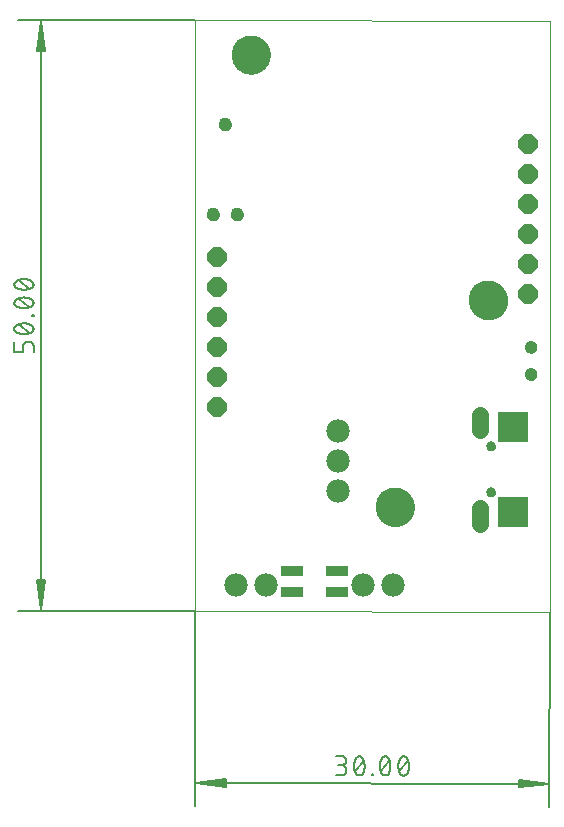
<source format=gbs>
G04 EAGLE Gerber X2 export*
%TF.Part,Single*%
%TF.FileFunction,Other,Solder Mask bottom*%
%TF.FilePolarity,Positive*%
%TF.GenerationSoftware,Autodesk,EAGLE,9.4.2*%
%TF.CreationDate,2019-07-05T01:34:15Z*%
G75*
%MOMM*%
%FSLAX34Y34*%
%LPD*%
%INSolder Mask bottom*%
%AMOC8*
5,1,8,0,0,1.08239X$1,22.5*%
G01*
%ADD10C,0.000000*%
%ADD11C,0.130000*%
%ADD12C,0.152400*%
%ADD13C,3.301600*%
%ADD14R,1.879600X0.863600*%
%ADD15C,1.981200*%
%ADD16C,1.409600*%
%ADD17R,2.601600X2.601600*%
%ADD18C,0.801600*%
%ADD19C,1.092200*%
%ADD20P,1.759533X8X202.500000*%
%ADD21C,1.051600*%


D10*
X0Y0D02*
X300000Y-600D01*
X299900Y499400D01*
X0Y500000D01*
X0Y0D01*
D11*
X0Y500000D02*
X-150000Y500000D01*
X-150000Y0D02*
X0Y0D01*
X-130500Y650D02*
X-130500Y499350D01*
X-133692Y474000D01*
X-127308Y474000D01*
X-130500Y499350D01*
X-131800Y474000D01*
X-129200Y474000D02*
X-130500Y499350D01*
X-133100Y474000D01*
X-127900Y474000D02*
X-130500Y499350D01*
X-133692Y26000D02*
X-130500Y650D01*
X-133692Y26000D02*
X-127308Y26000D01*
X-130500Y650D01*
X-131800Y26000D01*
X-129200Y26000D02*
X-130500Y650D01*
X-133100Y26000D01*
X-127900Y26000D02*
X-130500Y650D01*
D12*
X-137007Y218941D02*
X-137007Y224360D01*
X-137009Y224478D01*
X-137015Y224596D01*
X-137024Y224714D01*
X-137038Y224831D01*
X-137055Y224948D01*
X-137076Y225065D01*
X-137101Y225180D01*
X-137130Y225295D01*
X-137163Y225409D01*
X-137199Y225521D01*
X-137239Y225632D01*
X-137282Y225742D01*
X-137329Y225851D01*
X-137379Y225958D01*
X-137434Y226063D01*
X-137491Y226166D01*
X-137552Y226267D01*
X-137616Y226367D01*
X-137683Y226464D01*
X-137753Y226559D01*
X-137827Y226651D01*
X-137903Y226742D01*
X-137983Y226829D01*
X-138065Y226914D01*
X-138150Y226996D01*
X-138237Y227076D01*
X-138328Y227152D01*
X-138420Y227226D01*
X-138515Y227296D01*
X-138612Y227363D01*
X-138712Y227427D01*
X-138813Y227488D01*
X-138916Y227545D01*
X-139021Y227600D01*
X-139128Y227650D01*
X-139237Y227697D01*
X-139347Y227740D01*
X-139458Y227780D01*
X-139570Y227816D01*
X-139684Y227849D01*
X-139799Y227878D01*
X-139914Y227903D01*
X-140031Y227924D01*
X-140148Y227941D01*
X-140265Y227955D01*
X-140383Y227964D01*
X-140501Y227970D01*
X-140619Y227972D01*
X-142426Y227972D01*
X-142544Y227970D01*
X-142662Y227964D01*
X-142780Y227955D01*
X-142897Y227941D01*
X-143014Y227924D01*
X-143131Y227903D01*
X-143246Y227878D01*
X-143361Y227849D01*
X-143475Y227816D01*
X-143587Y227780D01*
X-143698Y227740D01*
X-143808Y227697D01*
X-143917Y227650D01*
X-144024Y227600D01*
X-144129Y227545D01*
X-144232Y227488D01*
X-144333Y227427D01*
X-144433Y227363D01*
X-144530Y227296D01*
X-144625Y227226D01*
X-144717Y227152D01*
X-144808Y227076D01*
X-144895Y226996D01*
X-144980Y226914D01*
X-145062Y226829D01*
X-145142Y226742D01*
X-145218Y226651D01*
X-145292Y226559D01*
X-145362Y226464D01*
X-145429Y226367D01*
X-145493Y226267D01*
X-145554Y226166D01*
X-145611Y226063D01*
X-145666Y225958D01*
X-145716Y225851D01*
X-145763Y225742D01*
X-145806Y225632D01*
X-145846Y225521D01*
X-145882Y225409D01*
X-145915Y225295D01*
X-145944Y225180D01*
X-145969Y225065D01*
X-145990Y224948D01*
X-146007Y224831D01*
X-146021Y224714D01*
X-146030Y224596D01*
X-146036Y224478D01*
X-146038Y224360D01*
X-146038Y218941D01*
X-153263Y218941D01*
X-153263Y227972D01*
X-151005Y235928D02*
X-150716Y235791D01*
X-150424Y235661D01*
X-150128Y235538D01*
X-149830Y235423D01*
X-149529Y235314D01*
X-149226Y235213D01*
X-148920Y235119D01*
X-148613Y235032D01*
X-148303Y234953D01*
X-147991Y234881D01*
X-147678Y234817D01*
X-147363Y234760D01*
X-147047Y234710D01*
X-146730Y234668D01*
X-146412Y234634D01*
X-146094Y234607D01*
X-145774Y234588D01*
X-145455Y234577D01*
X-145135Y234573D01*
X-151006Y235927D02*
X-151114Y235966D01*
X-151221Y236009D01*
X-151326Y236055D01*
X-151430Y236106D01*
X-151532Y236159D01*
X-151632Y236216D01*
X-151730Y236277D01*
X-151825Y236341D01*
X-151919Y236408D01*
X-152010Y236479D01*
X-152099Y236552D01*
X-152185Y236629D01*
X-152268Y236708D01*
X-152349Y236790D01*
X-152427Y236875D01*
X-152501Y236963D01*
X-152573Y237053D01*
X-152641Y237145D01*
X-152707Y237240D01*
X-152769Y237337D01*
X-152827Y237436D01*
X-152883Y237538D01*
X-152934Y237640D01*
X-152982Y237745D01*
X-153027Y237851D01*
X-153068Y237959D01*
X-153105Y238068D01*
X-153138Y238178D01*
X-153167Y238290D01*
X-153193Y238402D01*
X-153215Y238515D01*
X-153232Y238629D01*
X-153246Y238743D01*
X-153256Y238858D01*
X-153262Y238973D01*
X-153264Y239088D01*
X-153263Y239088D02*
X-153261Y239203D01*
X-153255Y239318D01*
X-153245Y239433D01*
X-153231Y239547D01*
X-153214Y239661D01*
X-153192Y239774D01*
X-153166Y239886D01*
X-153137Y239998D01*
X-153104Y240108D01*
X-153067Y240217D01*
X-153026Y240325D01*
X-152981Y240431D01*
X-152933Y240536D01*
X-152882Y240638D01*
X-152826Y240739D01*
X-152768Y240839D01*
X-152706Y240936D01*
X-152641Y241030D01*
X-152572Y241123D01*
X-152500Y241213D01*
X-152426Y241301D01*
X-152348Y241386D01*
X-152267Y241468D01*
X-152184Y241547D01*
X-152098Y241624D01*
X-152009Y241697D01*
X-151918Y241768D01*
X-151824Y241835D01*
X-151729Y241899D01*
X-151631Y241960D01*
X-151531Y242017D01*
X-151429Y242070D01*
X-151325Y242121D01*
X-151220Y242167D01*
X-151113Y242210D01*
X-151005Y242249D01*
X-151005Y242248D02*
X-150716Y242385D01*
X-150424Y242515D01*
X-150128Y242638D01*
X-149830Y242753D01*
X-149529Y242862D01*
X-149226Y242963D01*
X-148920Y243057D01*
X-148613Y243144D01*
X-148303Y243223D01*
X-147991Y243295D01*
X-147678Y243359D01*
X-147363Y243416D01*
X-147047Y243466D01*
X-146730Y243508D01*
X-146412Y243542D01*
X-146094Y243569D01*
X-145774Y243588D01*
X-145455Y243599D01*
X-145135Y243603D01*
X-145135Y234573D02*
X-144815Y234577D01*
X-144496Y234588D01*
X-144176Y234607D01*
X-143858Y234634D01*
X-143540Y234668D01*
X-143223Y234710D01*
X-142907Y234760D01*
X-142592Y234817D01*
X-142279Y234881D01*
X-141967Y234953D01*
X-141657Y235032D01*
X-141350Y235119D01*
X-141044Y235213D01*
X-140741Y235314D01*
X-140440Y235423D01*
X-140142Y235538D01*
X-139846Y235661D01*
X-139554Y235791D01*
X-139265Y235928D01*
X-139265Y235927D02*
X-139157Y235966D01*
X-139050Y236009D01*
X-138945Y236055D01*
X-138841Y236106D01*
X-138739Y236159D01*
X-138639Y236216D01*
X-138541Y236277D01*
X-138446Y236341D01*
X-138352Y236408D01*
X-138261Y236479D01*
X-138172Y236552D01*
X-138086Y236629D01*
X-138003Y236708D01*
X-137922Y236790D01*
X-137844Y236875D01*
X-137770Y236963D01*
X-137698Y237053D01*
X-137629Y237146D01*
X-137564Y237240D01*
X-137502Y237337D01*
X-137444Y237437D01*
X-137388Y237538D01*
X-137337Y237640D01*
X-137289Y237745D01*
X-137244Y237851D01*
X-137203Y237959D01*
X-137166Y238068D01*
X-137133Y238178D01*
X-137104Y238290D01*
X-137078Y238402D01*
X-137056Y238515D01*
X-137039Y238629D01*
X-137025Y238743D01*
X-137015Y238858D01*
X-137009Y238973D01*
X-137007Y239088D01*
X-139265Y242248D02*
X-139554Y242385D01*
X-139846Y242515D01*
X-140142Y242638D01*
X-140440Y242753D01*
X-140741Y242862D01*
X-141044Y242963D01*
X-141350Y243057D01*
X-141657Y243144D01*
X-141967Y243223D01*
X-142279Y243295D01*
X-142592Y243359D01*
X-142907Y243416D01*
X-143223Y243466D01*
X-143540Y243508D01*
X-143858Y243542D01*
X-144176Y243569D01*
X-144496Y243588D01*
X-144815Y243599D01*
X-145135Y243603D01*
X-139265Y242249D02*
X-139157Y242210D01*
X-139050Y242167D01*
X-138945Y242121D01*
X-138841Y242070D01*
X-138739Y242017D01*
X-138639Y241960D01*
X-138541Y241899D01*
X-138446Y241835D01*
X-138352Y241768D01*
X-138261Y241697D01*
X-138172Y241624D01*
X-138086Y241547D01*
X-138003Y241468D01*
X-137922Y241386D01*
X-137844Y241301D01*
X-137770Y241213D01*
X-137698Y241123D01*
X-137629Y241030D01*
X-137564Y240936D01*
X-137502Y240839D01*
X-137444Y240739D01*
X-137388Y240638D01*
X-137337Y240535D01*
X-137289Y240431D01*
X-137244Y240325D01*
X-137203Y240217D01*
X-137166Y240108D01*
X-137133Y239998D01*
X-137104Y239886D01*
X-137078Y239774D01*
X-137056Y239661D01*
X-137039Y239547D01*
X-137025Y239433D01*
X-137015Y239318D01*
X-137009Y239203D01*
X-137007Y239088D01*
X-140619Y235476D02*
X-149651Y242701D01*
X-137910Y249578D02*
X-137007Y249578D01*
X-137910Y249578D02*
X-137910Y250481D01*
X-137007Y250481D01*
X-137007Y249578D01*
X-145135Y256456D02*
X-145455Y256460D01*
X-145774Y256471D01*
X-146094Y256490D01*
X-146412Y256517D01*
X-146730Y256551D01*
X-147047Y256593D01*
X-147363Y256643D01*
X-147678Y256700D01*
X-147991Y256764D01*
X-148303Y256836D01*
X-148613Y256915D01*
X-148920Y257002D01*
X-149226Y257096D01*
X-149529Y257197D01*
X-149830Y257306D01*
X-150128Y257421D01*
X-150424Y257544D01*
X-150716Y257674D01*
X-151005Y257811D01*
X-151006Y257811D02*
X-151114Y257850D01*
X-151221Y257893D01*
X-151326Y257939D01*
X-151430Y257990D01*
X-151532Y258043D01*
X-151632Y258100D01*
X-151730Y258161D01*
X-151825Y258225D01*
X-151919Y258292D01*
X-152010Y258363D01*
X-152099Y258436D01*
X-152185Y258513D01*
X-152268Y258592D01*
X-152349Y258674D01*
X-152427Y258759D01*
X-152501Y258847D01*
X-152573Y258937D01*
X-152641Y259029D01*
X-152707Y259124D01*
X-152769Y259221D01*
X-152827Y259320D01*
X-152883Y259422D01*
X-152934Y259524D01*
X-152982Y259629D01*
X-153027Y259735D01*
X-153068Y259843D01*
X-153105Y259952D01*
X-153138Y260062D01*
X-153167Y260174D01*
X-153193Y260286D01*
X-153215Y260399D01*
X-153232Y260513D01*
X-153246Y260627D01*
X-153256Y260742D01*
X-153262Y260857D01*
X-153264Y260972D01*
X-153263Y260972D02*
X-153261Y261087D01*
X-153255Y261202D01*
X-153245Y261317D01*
X-153231Y261431D01*
X-153214Y261545D01*
X-153192Y261658D01*
X-153166Y261770D01*
X-153137Y261882D01*
X-153104Y261992D01*
X-153067Y262101D01*
X-153026Y262209D01*
X-152981Y262315D01*
X-152933Y262420D01*
X-152882Y262522D01*
X-152826Y262623D01*
X-152768Y262723D01*
X-152706Y262820D01*
X-152641Y262914D01*
X-152572Y263007D01*
X-152500Y263097D01*
X-152426Y263185D01*
X-152348Y263270D01*
X-152267Y263352D01*
X-152184Y263431D01*
X-152098Y263508D01*
X-152009Y263581D01*
X-151918Y263652D01*
X-151824Y263719D01*
X-151729Y263783D01*
X-151631Y263844D01*
X-151531Y263901D01*
X-151429Y263954D01*
X-151325Y264005D01*
X-151220Y264051D01*
X-151113Y264094D01*
X-151005Y264133D01*
X-151005Y264132D02*
X-150716Y264269D01*
X-150424Y264399D01*
X-150128Y264522D01*
X-149830Y264637D01*
X-149529Y264746D01*
X-149226Y264847D01*
X-148920Y264941D01*
X-148613Y265028D01*
X-148303Y265107D01*
X-147991Y265179D01*
X-147678Y265243D01*
X-147363Y265300D01*
X-147047Y265350D01*
X-146730Y265392D01*
X-146412Y265426D01*
X-146094Y265453D01*
X-145774Y265472D01*
X-145455Y265483D01*
X-145135Y265487D01*
X-145135Y256457D02*
X-144815Y256461D01*
X-144496Y256472D01*
X-144176Y256491D01*
X-143858Y256518D01*
X-143540Y256552D01*
X-143223Y256594D01*
X-142907Y256644D01*
X-142592Y256701D01*
X-142279Y256765D01*
X-141967Y256837D01*
X-141657Y256916D01*
X-141350Y257003D01*
X-141044Y257097D01*
X-140741Y257198D01*
X-140440Y257307D01*
X-140142Y257422D01*
X-139846Y257545D01*
X-139554Y257675D01*
X-139265Y257812D01*
X-139265Y257811D02*
X-139157Y257850D01*
X-139050Y257893D01*
X-138945Y257939D01*
X-138841Y257990D01*
X-138739Y258043D01*
X-138639Y258100D01*
X-138541Y258161D01*
X-138446Y258225D01*
X-138352Y258292D01*
X-138261Y258363D01*
X-138172Y258436D01*
X-138086Y258513D01*
X-138003Y258592D01*
X-137922Y258674D01*
X-137844Y258759D01*
X-137770Y258847D01*
X-137698Y258937D01*
X-137629Y259030D01*
X-137564Y259124D01*
X-137502Y259221D01*
X-137444Y259321D01*
X-137388Y259422D01*
X-137337Y259524D01*
X-137289Y259629D01*
X-137244Y259735D01*
X-137203Y259843D01*
X-137166Y259952D01*
X-137133Y260062D01*
X-137104Y260174D01*
X-137078Y260286D01*
X-137056Y260399D01*
X-137039Y260513D01*
X-137025Y260627D01*
X-137015Y260742D01*
X-137009Y260857D01*
X-137007Y260972D01*
X-139265Y264132D02*
X-139554Y264269D01*
X-139846Y264399D01*
X-140142Y264522D01*
X-140440Y264637D01*
X-140741Y264746D01*
X-141044Y264847D01*
X-141350Y264941D01*
X-141657Y265028D01*
X-141967Y265107D01*
X-142279Y265179D01*
X-142592Y265243D01*
X-142907Y265300D01*
X-143223Y265350D01*
X-143540Y265392D01*
X-143858Y265426D01*
X-144176Y265453D01*
X-144496Y265472D01*
X-144815Y265483D01*
X-145135Y265487D01*
X-139265Y264133D02*
X-139157Y264094D01*
X-139050Y264051D01*
X-138945Y264005D01*
X-138841Y263954D01*
X-138739Y263901D01*
X-138639Y263844D01*
X-138541Y263783D01*
X-138446Y263719D01*
X-138352Y263652D01*
X-138261Y263581D01*
X-138172Y263508D01*
X-138086Y263431D01*
X-138003Y263352D01*
X-137922Y263270D01*
X-137844Y263185D01*
X-137770Y263097D01*
X-137698Y263007D01*
X-137629Y262914D01*
X-137564Y262820D01*
X-137502Y262723D01*
X-137444Y262623D01*
X-137388Y262522D01*
X-137337Y262419D01*
X-137289Y262315D01*
X-137244Y262209D01*
X-137203Y262101D01*
X-137166Y261992D01*
X-137133Y261882D01*
X-137104Y261770D01*
X-137078Y261658D01*
X-137056Y261545D01*
X-137039Y261431D01*
X-137025Y261317D01*
X-137015Y261202D01*
X-137009Y261087D01*
X-137007Y260972D01*
X-140619Y257359D02*
X-149651Y264584D01*
X-145135Y272088D02*
X-145455Y272092D01*
X-145774Y272103D01*
X-146094Y272122D01*
X-146412Y272149D01*
X-146730Y272183D01*
X-147047Y272225D01*
X-147363Y272275D01*
X-147678Y272332D01*
X-147991Y272396D01*
X-148303Y272468D01*
X-148613Y272547D01*
X-148920Y272634D01*
X-149226Y272728D01*
X-149529Y272829D01*
X-149830Y272938D01*
X-150128Y273053D01*
X-150424Y273176D01*
X-150716Y273306D01*
X-151005Y273443D01*
X-151006Y273442D02*
X-151114Y273481D01*
X-151221Y273524D01*
X-151326Y273570D01*
X-151430Y273621D01*
X-151532Y273674D01*
X-151632Y273731D01*
X-151730Y273792D01*
X-151825Y273856D01*
X-151919Y273923D01*
X-152010Y273994D01*
X-152099Y274067D01*
X-152185Y274144D01*
X-152268Y274223D01*
X-152349Y274305D01*
X-152427Y274390D01*
X-152501Y274478D01*
X-152573Y274568D01*
X-152641Y274660D01*
X-152707Y274755D01*
X-152769Y274852D01*
X-152827Y274951D01*
X-152883Y275053D01*
X-152934Y275155D01*
X-152982Y275260D01*
X-153027Y275366D01*
X-153068Y275474D01*
X-153105Y275583D01*
X-153138Y275693D01*
X-153167Y275805D01*
X-153193Y275917D01*
X-153215Y276030D01*
X-153232Y276144D01*
X-153246Y276258D01*
X-153256Y276373D01*
X-153262Y276488D01*
X-153264Y276603D01*
X-153263Y276603D02*
X-153261Y276718D01*
X-153255Y276833D01*
X-153245Y276948D01*
X-153231Y277062D01*
X-153214Y277176D01*
X-153192Y277289D01*
X-153166Y277401D01*
X-153137Y277513D01*
X-153104Y277623D01*
X-153067Y277732D01*
X-153026Y277840D01*
X-152981Y277946D01*
X-152933Y278051D01*
X-152882Y278153D01*
X-152826Y278254D01*
X-152768Y278354D01*
X-152706Y278451D01*
X-152641Y278545D01*
X-152572Y278638D01*
X-152500Y278728D01*
X-152426Y278816D01*
X-152348Y278901D01*
X-152267Y278983D01*
X-152184Y279062D01*
X-152098Y279139D01*
X-152009Y279212D01*
X-151918Y279283D01*
X-151824Y279350D01*
X-151729Y279414D01*
X-151631Y279475D01*
X-151531Y279532D01*
X-151429Y279585D01*
X-151325Y279636D01*
X-151220Y279682D01*
X-151113Y279725D01*
X-151005Y279764D01*
X-151005Y279763D02*
X-150716Y279900D01*
X-150424Y280030D01*
X-150128Y280153D01*
X-149830Y280268D01*
X-149529Y280377D01*
X-149226Y280478D01*
X-148920Y280572D01*
X-148613Y280659D01*
X-148303Y280738D01*
X-147991Y280810D01*
X-147678Y280874D01*
X-147363Y280931D01*
X-147047Y280981D01*
X-146730Y281023D01*
X-146412Y281057D01*
X-146094Y281084D01*
X-145774Y281103D01*
X-145455Y281114D01*
X-145135Y281118D01*
X-145135Y272088D02*
X-144815Y272092D01*
X-144496Y272103D01*
X-144176Y272122D01*
X-143858Y272149D01*
X-143540Y272183D01*
X-143223Y272225D01*
X-142907Y272275D01*
X-142592Y272332D01*
X-142279Y272396D01*
X-141967Y272468D01*
X-141657Y272547D01*
X-141350Y272634D01*
X-141044Y272728D01*
X-140741Y272829D01*
X-140440Y272938D01*
X-140142Y273053D01*
X-139846Y273176D01*
X-139554Y273306D01*
X-139265Y273443D01*
X-139265Y273442D02*
X-139157Y273481D01*
X-139050Y273524D01*
X-138945Y273570D01*
X-138841Y273621D01*
X-138739Y273674D01*
X-138639Y273731D01*
X-138541Y273792D01*
X-138446Y273856D01*
X-138352Y273923D01*
X-138261Y273994D01*
X-138172Y274067D01*
X-138086Y274144D01*
X-138003Y274223D01*
X-137922Y274305D01*
X-137844Y274390D01*
X-137770Y274478D01*
X-137698Y274568D01*
X-137629Y274661D01*
X-137564Y274755D01*
X-137502Y274852D01*
X-137444Y274952D01*
X-137388Y275053D01*
X-137337Y275155D01*
X-137289Y275260D01*
X-137244Y275366D01*
X-137203Y275474D01*
X-137166Y275583D01*
X-137133Y275693D01*
X-137104Y275805D01*
X-137078Y275917D01*
X-137056Y276030D01*
X-137039Y276144D01*
X-137025Y276258D01*
X-137015Y276373D01*
X-137009Y276488D01*
X-137007Y276603D01*
X-139265Y279763D02*
X-139554Y279900D01*
X-139846Y280030D01*
X-140142Y280153D01*
X-140440Y280268D01*
X-140741Y280377D01*
X-141044Y280478D01*
X-141350Y280572D01*
X-141657Y280659D01*
X-141967Y280738D01*
X-142279Y280810D01*
X-142592Y280874D01*
X-142907Y280931D01*
X-143223Y280981D01*
X-143540Y281023D01*
X-143858Y281057D01*
X-144176Y281084D01*
X-144496Y281103D01*
X-144815Y281114D01*
X-145135Y281118D01*
X-139265Y279764D02*
X-139157Y279725D01*
X-139050Y279682D01*
X-138945Y279636D01*
X-138841Y279585D01*
X-138739Y279532D01*
X-138639Y279475D01*
X-138541Y279414D01*
X-138446Y279350D01*
X-138352Y279283D01*
X-138261Y279212D01*
X-138172Y279139D01*
X-138086Y279062D01*
X-138003Y278983D01*
X-137922Y278901D01*
X-137844Y278816D01*
X-137770Y278728D01*
X-137698Y278638D01*
X-137629Y278545D01*
X-137564Y278451D01*
X-137502Y278354D01*
X-137444Y278254D01*
X-137388Y278153D01*
X-137337Y278050D01*
X-137289Y277946D01*
X-137244Y277840D01*
X-137203Y277732D01*
X-137166Y277623D01*
X-137133Y277513D01*
X-137104Y277401D01*
X-137078Y277289D01*
X-137056Y277176D01*
X-137039Y277062D01*
X-137025Y276948D01*
X-137015Y276833D01*
X-137009Y276718D01*
X-137007Y276603D01*
X-140619Y272991D02*
X-149651Y280215D01*
D11*
X0Y0D02*
X-330Y-164942D01*
X299670Y-165542D02*
X300000Y-600D01*
X299059Y-146041D02*
X359Y-145443D01*
X25715Y-142302D01*
X25703Y-148686D01*
X359Y-145443D01*
X25712Y-144194D01*
X25706Y-146794D02*
X359Y-145443D01*
X25714Y-142894D01*
X25704Y-148094D02*
X359Y-145443D01*
X273716Y-142798D02*
X299059Y-146041D01*
X273716Y-142798D02*
X273703Y-149182D01*
X299059Y-146041D01*
X273712Y-144690D01*
X273707Y-147290D02*
X299059Y-146041D01*
X273714Y-143390D01*
X273704Y-148590D02*
X299059Y-146041D01*
D12*
X123179Y-139181D02*
X118663Y-139173D01*
X123179Y-139181D02*
X123313Y-139179D01*
X123447Y-139174D01*
X123580Y-139164D01*
X123713Y-139150D01*
X123846Y-139133D01*
X123978Y-139111D01*
X124109Y-139086D01*
X124240Y-139056D01*
X124370Y-139023D01*
X124498Y-138986D01*
X124626Y-138946D01*
X124752Y-138901D01*
X124877Y-138853D01*
X125000Y-138801D01*
X125122Y-138745D01*
X125242Y-138686D01*
X125360Y-138624D01*
X125477Y-138557D01*
X125591Y-138488D01*
X125703Y-138415D01*
X125813Y-138339D01*
X125921Y-138259D01*
X126026Y-138177D01*
X126129Y-138091D01*
X126229Y-138002D01*
X126327Y-137911D01*
X126422Y-137816D01*
X126514Y-137719D01*
X126603Y-137619D01*
X126689Y-137517D01*
X126772Y-137412D01*
X126852Y-137304D01*
X126928Y-137194D01*
X127001Y-137082D01*
X127071Y-136968D01*
X127138Y-136852D01*
X127201Y-136734D01*
X127261Y-136614D01*
X127317Y-136493D01*
X127369Y-136370D01*
X127418Y-136245D01*
X127463Y-136119D01*
X127504Y-135991D01*
X127541Y-135863D01*
X127575Y-135733D01*
X127605Y-135603D01*
X127630Y-135472D01*
X127652Y-135340D01*
X127670Y-135207D01*
X127684Y-135074D01*
X127695Y-134940D01*
X127701Y-134807D01*
X127703Y-134673D01*
X127701Y-134539D01*
X127696Y-134405D01*
X127686Y-134272D01*
X127672Y-134139D01*
X127655Y-134006D01*
X127633Y-133874D01*
X127608Y-133743D01*
X127579Y-133612D01*
X127545Y-133482D01*
X127508Y-133354D01*
X127468Y-133226D01*
X127423Y-133100D01*
X127375Y-132975D01*
X127323Y-132852D01*
X127267Y-132730D01*
X127208Y-132610D01*
X127146Y-132492D01*
X127079Y-132375D01*
X127010Y-132261D01*
X126937Y-132149D01*
X126861Y-132039D01*
X126781Y-131931D01*
X126699Y-131826D01*
X126613Y-131723D01*
X126524Y-131623D01*
X126433Y-131525D01*
X126338Y-131430D01*
X126241Y-131338D01*
X126141Y-131249D01*
X126039Y-131163D01*
X125934Y-131080D01*
X125826Y-131000D01*
X125716Y-130924D01*
X125604Y-130851D01*
X125490Y-130781D01*
X125374Y-130714D01*
X125256Y-130651D01*
X125136Y-130591D01*
X125015Y-130535D01*
X124892Y-130483D01*
X124767Y-130434D01*
X124641Y-130389D01*
X124513Y-130348D01*
X124385Y-130311D01*
X124255Y-130277D01*
X124125Y-130247D01*
X123994Y-130222D01*
X123862Y-130200D01*
X123729Y-130182D01*
X123596Y-130168D01*
X123462Y-130157D01*
X123329Y-130151D01*
X123195Y-130149D01*
X124110Y-122926D02*
X118692Y-122917D01*
X124110Y-122927D02*
X124230Y-122929D01*
X124349Y-122935D01*
X124468Y-122945D01*
X124587Y-122959D01*
X124705Y-122977D01*
X124822Y-122999D01*
X124939Y-123025D01*
X125055Y-123054D01*
X125169Y-123088D01*
X125283Y-123125D01*
X125395Y-123166D01*
X125506Y-123210D01*
X125615Y-123258D01*
X125723Y-123310D01*
X125829Y-123365D01*
X125933Y-123424D01*
X126035Y-123486D01*
X126135Y-123552D01*
X126232Y-123621D01*
X126328Y-123693D01*
X126420Y-123768D01*
X126511Y-123846D01*
X126599Y-123927D01*
X126684Y-124011D01*
X126766Y-124097D01*
X126845Y-124187D01*
X126921Y-124279D01*
X126994Y-124373D01*
X127064Y-124470D01*
X127131Y-124569D01*
X127195Y-124670D01*
X127255Y-124773D01*
X127312Y-124878D01*
X127365Y-124985D01*
X127414Y-125094D01*
X127460Y-125204D01*
X127503Y-125316D01*
X127541Y-125429D01*
X127576Y-125543D01*
X127607Y-125658D01*
X127634Y-125775D01*
X127658Y-125892D01*
X127677Y-126010D01*
X127693Y-126128D01*
X127704Y-126247D01*
X127712Y-126366D01*
X127716Y-126486D01*
X127715Y-126605D01*
X127711Y-126724D01*
X127703Y-126844D01*
X127691Y-126962D01*
X127675Y-127081D01*
X127655Y-127199D01*
X127632Y-127316D01*
X127604Y-127432D01*
X127572Y-127547D01*
X127537Y-127661D01*
X127498Y-127774D01*
X127456Y-127886D01*
X127409Y-127996D01*
X127359Y-128104D01*
X127306Y-128211D01*
X127249Y-128316D01*
X127188Y-128419D01*
X127124Y-128520D01*
X127057Y-128619D01*
X126987Y-128715D01*
X126913Y-128809D01*
X126837Y-128901D01*
X126757Y-128990D01*
X126675Y-129076D01*
X126589Y-129160D01*
X126501Y-129241D01*
X126411Y-129318D01*
X126318Y-129393D01*
X126222Y-129465D01*
X126124Y-129533D01*
X126024Y-129598D01*
X125922Y-129660D01*
X125818Y-129719D01*
X125712Y-129774D01*
X125604Y-129825D01*
X125494Y-129873D01*
X125383Y-129917D01*
X125271Y-129957D01*
X125157Y-129994D01*
X125042Y-130027D01*
X124927Y-130056D01*
X124810Y-130081D01*
X124692Y-130103D01*
X124574Y-130120D01*
X124456Y-130134D01*
X124336Y-130144D01*
X124217Y-130149D01*
X124098Y-130151D01*
X120485Y-130145D01*
X134309Y-131072D02*
X134313Y-130752D01*
X134325Y-130432D01*
X134345Y-130113D01*
X134372Y-129795D01*
X134407Y-129477D01*
X134450Y-129160D01*
X134500Y-128844D01*
X134557Y-128529D01*
X134622Y-128216D01*
X134694Y-127905D01*
X134774Y-127595D01*
X134862Y-127287D01*
X134956Y-126982D01*
X135058Y-126679D01*
X135167Y-126378D01*
X135283Y-126080D01*
X135406Y-125785D01*
X135537Y-125493D01*
X135674Y-125204D01*
X135673Y-125204D02*
X135713Y-125096D01*
X135756Y-124989D01*
X135803Y-124884D01*
X135853Y-124780D01*
X135907Y-124679D01*
X135964Y-124579D01*
X136025Y-124481D01*
X136089Y-124385D01*
X136156Y-124292D01*
X136227Y-124201D01*
X136301Y-124113D01*
X136377Y-124027D01*
X136457Y-123943D01*
X136539Y-123863D01*
X136624Y-123785D01*
X136712Y-123711D01*
X136802Y-123639D01*
X136895Y-123571D01*
X136990Y-123506D01*
X137087Y-123444D01*
X137186Y-123386D01*
X137287Y-123331D01*
X137390Y-123279D01*
X137495Y-123231D01*
X137601Y-123187D01*
X137709Y-123146D01*
X137818Y-123110D01*
X137928Y-123077D01*
X138040Y-123047D01*
X138152Y-123022D01*
X138265Y-123000D01*
X138379Y-122983D01*
X138493Y-122969D01*
X138608Y-122960D01*
X138723Y-122954D01*
X138838Y-122952D01*
X138953Y-122954D01*
X139068Y-122960D01*
X139183Y-122970D01*
X139297Y-122984D01*
X139410Y-123002D01*
X139524Y-123024D01*
X139636Y-123050D01*
X139747Y-123080D01*
X139857Y-123113D01*
X139966Y-123150D01*
X140074Y-123191D01*
X140180Y-123236D01*
X140284Y-123284D01*
X140387Y-123336D01*
X140488Y-123391D01*
X140587Y-123450D01*
X140684Y-123512D01*
X140779Y-123578D01*
X140871Y-123646D01*
X140961Y-123718D01*
X141048Y-123793D01*
X141133Y-123871D01*
X141215Y-123952D01*
X141295Y-124035D01*
X141371Y-124121D01*
X141444Y-124210D01*
X141514Y-124301D01*
X141581Y-124395D01*
X141645Y-124491D01*
X141706Y-124589D01*
X141763Y-124689D01*
X141816Y-124791D01*
X141866Y-124894D01*
X141913Y-125000D01*
X141955Y-125107D01*
X141994Y-125215D01*
X141996Y-125216D02*
X142132Y-125505D01*
X142261Y-125798D01*
X142383Y-126093D01*
X142498Y-126391D01*
X142606Y-126692D01*
X142707Y-126996D01*
X142801Y-127302D01*
X142887Y-127610D01*
X142966Y-127920D01*
X143037Y-128231D01*
X143101Y-128545D01*
X143157Y-128860D01*
X143206Y-129176D01*
X143247Y-129493D01*
X143281Y-129811D01*
X143307Y-130130D01*
X143326Y-130449D01*
X143337Y-130768D01*
X143340Y-131088D01*
X134308Y-131072D02*
X134311Y-131392D01*
X134322Y-131712D01*
X134341Y-132031D01*
X134367Y-132350D01*
X134401Y-132668D01*
X134442Y-132985D01*
X134491Y-133301D01*
X134547Y-133616D01*
X134611Y-133929D01*
X134682Y-134241D01*
X134761Y-134551D01*
X134847Y-134859D01*
X134941Y-135165D01*
X135042Y-135468D01*
X135150Y-135769D01*
X135265Y-136068D01*
X135387Y-136363D01*
X135516Y-136656D01*
X135652Y-136945D01*
X135654Y-136944D02*
X135693Y-137052D01*
X135735Y-137159D01*
X135782Y-137265D01*
X135832Y-137368D01*
X135885Y-137470D01*
X135942Y-137570D01*
X136003Y-137668D01*
X136067Y-137764D01*
X136134Y-137858D01*
X136204Y-137949D01*
X136277Y-138038D01*
X136353Y-138124D01*
X136433Y-138207D01*
X136515Y-138288D01*
X136600Y-138366D01*
X136687Y-138441D01*
X136777Y-138513D01*
X136869Y-138581D01*
X136964Y-138647D01*
X137061Y-138709D01*
X137160Y-138768D01*
X137261Y-138823D01*
X137364Y-138875D01*
X137468Y-138923D01*
X137574Y-138968D01*
X137682Y-139009D01*
X137791Y-139046D01*
X137901Y-139079D01*
X138012Y-139109D01*
X138124Y-139135D01*
X138238Y-139157D01*
X138351Y-139175D01*
X138465Y-139189D01*
X138580Y-139199D01*
X138695Y-139205D01*
X138810Y-139207D01*
X141974Y-136956D02*
X142111Y-136667D01*
X142242Y-136375D01*
X142365Y-136080D01*
X142481Y-135782D01*
X142590Y-135481D01*
X142692Y-135178D01*
X142786Y-134873D01*
X142874Y-134565D01*
X142954Y-134255D01*
X143026Y-133944D01*
X143091Y-133631D01*
X143148Y-133316D01*
X143198Y-133000D01*
X143241Y-132683D01*
X143276Y-132365D01*
X143303Y-132047D01*
X143323Y-131728D01*
X143335Y-131408D01*
X143339Y-131088D01*
X141975Y-136955D02*
X141935Y-137063D01*
X141892Y-137170D01*
X141845Y-137275D01*
X141795Y-137379D01*
X141741Y-137480D01*
X141684Y-137580D01*
X141623Y-137678D01*
X141559Y-137774D01*
X141491Y-137867D01*
X141421Y-137958D01*
X141347Y-138047D01*
X141271Y-138132D01*
X141191Y-138216D01*
X141109Y-138296D01*
X141024Y-138374D01*
X140936Y-138448D01*
X140846Y-138520D01*
X140753Y-138588D01*
X140658Y-138653D01*
X140561Y-138715D01*
X140462Y-138773D01*
X140361Y-138828D01*
X140258Y-138880D01*
X140153Y-138928D01*
X140047Y-138972D01*
X139939Y-139013D01*
X139830Y-139049D01*
X139720Y-139082D01*
X139608Y-139112D01*
X139496Y-139137D01*
X139383Y-139159D01*
X139269Y-139176D01*
X139155Y-139190D01*
X139040Y-139199D01*
X138925Y-139205D01*
X138810Y-139207D01*
X135204Y-135589D02*
X142444Y-126571D01*
X149302Y-138323D02*
X149300Y-139226D01*
X149302Y-138323D02*
X150205Y-138325D01*
X150203Y-139228D01*
X149300Y-139226D01*
X156192Y-131110D02*
X156196Y-130790D01*
X156208Y-130470D01*
X156228Y-130151D01*
X156255Y-129833D01*
X156290Y-129515D01*
X156333Y-129198D01*
X156383Y-128882D01*
X156440Y-128567D01*
X156505Y-128254D01*
X156577Y-127943D01*
X156657Y-127633D01*
X156745Y-127325D01*
X156839Y-127020D01*
X156941Y-126717D01*
X157050Y-126416D01*
X157166Y-126118D01*
X157289Y-125823D01*
X157420Y-125531D01*
X157557Y-125242D01*
X157597Y-125134D01*
X157640Y-125027D01*
X157687Y-124922D01*
X157737Y-124818D01*
X157791Y-124717D01*
X157848Y-124617D01*
X157909Y-124519D01*
X157973Y-124423D01*
X158040Y-124330D01*
X158111Y-124239D01*
X158185Y-124151D01*
X158261Y-124065D01*
X158341Y-123981D01*
X158423Y-123901D01*
X158508Y-123823D01*
X158596Y-123749D01*
X158686Y-123677D01*
X158779Y-123609D01*
X158874Y-123544D01*
X158971Y-123482D01*
X159070Y-123424D01*
X159171Y-123369D01*
X159274Y-123317D01*
X159379Y-123269D01*
X159485Y-123225D01*
X159593Y-123184D01*
X159702Y-123148D01*
X159812Y-123115D01*
X159924Y-123085D01*
X160036Y-123060D01*
X160149Y-123038D01*
X160263Y-123021D01*
X160377Y-123007D01*
X160492Y-122998D01*
X160607Y-122992D01*
X160722Y-122990D01*
X160837Y-122992D01*
X160952Y-122998D01*
X161067Y-123008D01*
X161181Y-123022D01*
X161294Y-123040D01*
X161408Y-123062D01*
X161520Y-123088D01*
X161631Y-123118D01*
X161741Y-123151D01*
X161850Y-123188D01*
X161958Y-123229D01*
X162064Y-123274D01*
X162168Y-123322D01*
X162271Y-123374D01*
X162372Y-123429D01*
X162471Y-123488D01*
X162568Y-123550D01*
X162663Y-123616D01*
X162755Y-123684D01*
X162845Y-123756D01*
X162932Y-123831D01*
X163017Y-123909D01*
X163099Y-123990D01*
X163179Y-124073D01*
X163255Y-124159D01*
X163328Y-124248D01*
X163398Y-124339D01*
X163465Y-124433D01*
X163529Y-124529D01*
X163590Y-124627D01*
X163647Y-124727D01*
X163700Y-124829D01*
X163750Y-124932D01*
X163797Y-125038D01*
X163839Y-125145D01*
X163878Y-125253D01*
X163879Y-125254D02*
X164015Y-125543D01*
X164144Y-125836D01*
X164266Y-126131D01*
X164381Y-126429D01*
X164489Y-126730D01*
X164590Y-127034D01*
X164684Y-127340D01*
X164770Y-127648D01*
X164849Y-127958D01*
X164920Y-128269D01*
X164984Y-128583D01*
X165040Y-128898D01*
X165089Y-129214D01*
X165130Y-129531D01*
X165164Y-129849D01*
X165190Y-130168D01*
X165209Y-130487D01*
X165220Y-130806D01*
X165223Y-131126D01*
X156192Y-131110D02*
X156195Y-131430D01*
X156206Y-131750D01*
X156225Y-132069D01*
X156251Y-132388D01*
X156285Y-132706D01*
X156326Y-133023D01*
X156375Y-133339D01*
X156431Y-133654D01*
X156495Y-133967D01*
X156566Y-134279D01*
X156645Y-134589D01*
X156731Y-134897D01*
X156825Y-135203D01*
X156926Y-135506D01*
X157034Y-135807D01*
X157149Y-136106D01*
X157271Y-136401D01*
X157400Y-136694D01*
X157536Y-136983D01*
X157537Y-136983D02*
X157576Y-137091D01*
X157618Y-137198D01*
X157665Y-137304D01*
X157715Y-137407D01*
X157768Y-137509D01*
X157825Y-137609D01*
X157886Y-137707D01*
X157950Y-137803D01*
X158017Y-137897D01*
X158087Y-137988D01*
X158160Y-138077D01*
X158236Y-138163D01*
X158316Y-138246D01*
X158398Y-138327D01*
X158483Y-138405D01*
X158570Y-138480D01*
X158660Y-138552D01*
X158752Y-138620D01*
X158847Y-138686D01*
X158944Y-138748D01*
X159043Y-138807D01*
X159144Y-138862D01*
X159247Y-138914D01*
X159351Y-138962D01*
X159457Y-139007D01*
X159565Y-139048D01*
X159674Y-139085D01*
X159784Y-139118D01*
X159895Y-139148D01*
X160007Y-139174D01*
X160121Y-139196D01*
X160234Y-139214D01*
X160348Y-139228D01*
X160463Y-139238D01*
X160578Y-139244D01*
X160693Y-139246D01*
X163858Y-136994D02*
X163995Y-136705D01*
X164126Y-136413D01*
X164249Y-136118D01*
X164365Y-135820D01*
X164474Y-135519D01*
X164576Y-135216D01*
X164670Y-134911D01*
X164758Y-134603D01*
X164838Y-134293D01*
X164910Y-133982D01*
X164975Y-133669D01*
X165032Y-133354D01*
X165082Y-133038D01*
X165125Y-132721D01*
X165160Y-132403D01*
X165187Y-132085D01*
X165207Y-131766D01*
X165219Y-131446D01*
X165223Y-131126D01*
X163858Y-136994D02*
X163818Y-137102D01*
X163775Y-137209D01*
X163728Y-137314D01*
X163678Y-137418D01*
X163624Y-137519D01*
X163567Y-137619D01*
X163506Y-137717D01*
X163442Y-137813D01*
X163374Y-137906D01*
X163304Y-137997D01*
X163230Y-138086D01*
X163154Y-138171D01*
X163074Y-138255D01*
X162992Y-138335D01*
X162907Y-138413D01*
X162819Y-138487D01*
X162729Y-138559D01*
X162636Y-138627D01*
X162541Y-138692D01*
X162444Y-138754D01*
X162345Y-138812D01*
X162244Y-138867D01*
X162141Y-138919D01*
X162036Y-138967D01*
X161930Y-139011D01*
X161822Y-139052D01*
X161713Y-139088D01*
X161603Y-139121D01*
X161491Y-139151D01*
X161379Y-139176D01*
X161266Y-139198D01*
X161152Y-139215D01*
X161038Y-139229D01*
X160923Y-139238D01*
X160808Y-139244D01*
X160693Y-139246D01*
X157087Y-135627D02*
X164328Y-126609D01*
X171824Y-131138D02*
X171828Y-130818D01*
X171840Y-130498D01*
X171860Y-130179D01*
X171887Y-129861D01*
X171922Y-129543D01*
X171965Y-129226D01*
X172015Y-128910D01*
X172072Y-128595D01*
X172137Y-128282D01*
X172209Y-127971D01*
X172289Y-127661D01*
X172377Y-127353D01*
X172471Y-127048D01*
X172573Y-126745D01*
X172682Y-126444D01*
X172798Y-126146D01*
X172921Y-125851D01*
X173052Y-125559D01*
X173189Y-125270D01*
X173188Y-125270D02*
X173228Y-125162D01*
X173271Y-125055D01*
X173318Y-124950D01*
X173368Y-124846D01*
X173422Y-124745D01*
X173479Y-124645D01*
X173540Y-124547D01*
X173604Y-124451D01*
X173671Y-124358D01*
X173742Y-124267D01*
X173816Y-124179D01*
X173892Y-124093D01*
X173972Y-124009D01*
X174054Y-123929D01*
X174139Y-123851D01*
X174227Y-123777D01*
X174317Y-123705D01*
X174410Y-123637D01*
X174505Y-123572D01*
X174602Y-123510D01*
X174701Y-123452D01*
X174802Y-123397D01*
X174905Y-123345D01*
X175010Y-123297D01*
X175116Y-123253D01*
X175224Y-123212D01*
X175333Y-123176D01*
X175443Y-123143D01*
X175555Y-123113D01*
X175667Y-123088D01*
X175780Y-123066D01*
X175894Y-123049D01*
X176008Y-123035D01*
X176123Y-123026D01*
X176238Y-123020D01*
X176353Y-123018D01*
X176468Y-123020D01*
X176583Y-123026D01*
X176698Y-123036D01*
X176812Y-123050D01*
X176925Y-123068D01*
X177039Y-123090D01*
X177151Y-123116D01*
X177262Y-123146D01*
X177372Y-123179D01*
X177481Y-123216D01*
X177589Y-123257D01*
X177695Y-123302D01*
X177799Y-123350D01*
X177902Y-123402D01*
X178003Y-123457D01*
X178102Y-123516D01*
X178199Y-123578D01*
X178294Y-123644D01*
X178386Y-123712D01*
X178476Y-123784D01*
X178563Y-123859D01*
X178648Y-123937D01*
X178730Y-124018D01*
X178810Y-124101D01*
X178886Y-124187D01*
X178959Y-124276D01*
X179029Y-124367D01*
X179096Y-124461D01*
X179160Y-124557D01*
X179221Y-124655D01*
X179278Y-124755D01*
X179331Y-124857D01*
X179381Y-124960D01*
X179428Y-125066D01*
X179470Y-125173D01*
X179509Y-125281D01*
X179510Y-125281D02*
X179646Y-125570D01*
X179775Y-125863D01*
X179897Y-126158D01*
X180012Y-126456D01*
X180120Y-126757D01*
X180221Y-127061D01*
X180315Y-127367D01*
X180401Y-127675D01*
X180480Y-127985D01*
X180551Y-128296D01*
X180615Y-128610D01*
X180671Y-128925D01*
X180720Y-129241D01*
X180761Y-129558D01*
X180795Y-129876D01*
X180821Y-130195D01*
X180840Y-130514D01*
X180851Y-130833D01*
X180854Y-131153D01*
X171823Y-131137D02*
X171826Y-131457D01*
X171837Y-131777D01*
X171856Y-132096D01*
X171882Y-132415D01*
X171916Y-132733D01*
X171957Y-133050D01*
X172006Y-133366D01*
X172062Y-133681D01*
X172126Y-133994D01*
X172197Y-134306D01*
X172276Y-134616D01*
X172362Y-134924D01*
X172456Y-135230D01*
X172557Y-135533D01*
X172665Y-135834D01*
X172780Y-136133D01*
X172902Y-136428D01*
X173031Y-136721D01*
X173167Y-137010D01*
X173168Y-137010D02*
X173207Y-137118D01*
X173249Y-137225D01*
X173296Y-137331D01*
X173346Y-137434D01*
X173399Y-137536D01*
X173456Y-137636D01*
X173517Y-137734D01*
X173581Y-137830D01*
X173648Y-137924D01*
X173718Y-138015D01*
X173791Y-138104D01*
X173867Y-138190D01*
X173947Y-138273D01*
X174029Y-138354D01*
X174114Y-138432D01*
X174201Y-138507D01*
X174291Y-138579D01*
X174383Y-138647D01*
X174478Y-138713D01*
X174575Y-138775D01*
X174674Y-138834D01*
X174775Y-138889D01*
X174878Y-138941D01*
X174982Y-138989D01*
X175088Y-139034D01*
X175196Y-139075D01*
X175305Y-139112D01*
X175415Y-139145D01*
X175526Y-139175D01*
X175638Y-139201D01*
X175752Y-139223D01*
X175865Y-139241D01*
X175979Y-139255D01*
X176094Y-139265D01*
X176209Y-139271D01*
X176324Y-139273D01*
X179489Y-137021D02*
X179626Y-136732D01*
X179757Y-136440D01*
X179880Y-136145D01*
X179996Y-135847D01*
X180105Y-135546D01*
X180207Y-135243D01*
X180301Y-134938D01*
X180389Y-134630D01*
X180469Y-134320D01*
X180541Y-134009D01*
X180606Y-133696D01*
X180663Y-133381D01*
X180713Y-133065D01*
X180756Y-132748D01*
X180791Y-132430D01*
X180818Y-132112D01*
X180838Y-131793D01*
X180850Y-131473D01*
X180854Y-131153D01*
X179490Y-137021D02*
X179450Y-137129D01*
X179407Y-137236D01*
X179360Y-137341D01*
X179310Y-137445D01*
X179256Y-137546D01*
X179199Y-137646D01*
X179138Y-137744D01*
X179074Y-137840D01*
X179006Y-137933D01*
X178936Y-138024D01*
X178862Y-138113D01*
X178786Y-138198D01*
X178706Y-138282D01*
X178624Y-138362D01*
X178539Y-138440D01*
X178451Y-138514D01*
X178361Y-138586D01*
X178268Y-138654D01*
X178173Y-138719D01*
X178076Y-138781D01*
X177977Y-138839D01*
X177876Y-138894D01*
X177773Y-138946D01*
X177668Y-138994D01*
X177562Y-139038D01*
X177454Y-139079D01*
X177345Y-139115D01*
X177235Y-139148D01*
X177123Y-139178D01*
X177011Y-139203D01*
X176898Y-139225D01*
X176784Y-139242D01*
X176670Y-139256D01*
X176555Y-139265D01*
X176440Y-139271D01*
X176325Y-139273D01*
X172718Y-135654D02*
X179959Y-126636D01*
D10*
X31000Y471000D02*
X31005Y471393D01*
X31019Y471785D01*
X31043Y472177D01*
X31077Y472568D01*
X31120Y472959D01*
X31173Y473348D01*
X31236Y473735D01*
X31307Y474121D01*
X31389Y474506D01*
X31479Y474888D01*
X31580Y475267D01*
X31689Y475645D01*
X31808Y476019D01*
X31935Y476390D01*
X32072Y476758D01*
X32218Y477123D01*
X32373Y477484D01*
X32536Y477841D01*
X32708Y478194D01*
X32889Y478542D01*
X33079Y478886D01*
X33276Y479226D01*
X33482Y479560D01*
X33696Y479889D01*
X33919Y480213D01*
X34149Y480531D01*
X34386Y480844D01*
X34632Y481150D01*
X34885Y481451D01*
X35145Y481745D01*
X35412Y482033D01*
X35686Y482314D01*
X35967Y482588D01*
X36255Y482855D01*
X36549Y483115D01*
X36850Y483368D01*
X37156Y483614D01*
X37469Y483851D01*
X37787Y484081D01*
X38111Y484304D01*
X38440Y484518D01*
X38774Y484724D01*
X39114Y484921D01*
X39458Y485111D01*
X39806Y485292D01*
X40159Y485464D01*
X40516Y485627D01*
X40877Y485782D01*
X41242Y485928D01*
X41610Y486065D01*
X41981Y486192D01*
X42355Y486311D01*
X42733Y486420D01*
X43112Y486521D01*
X43494Y486611D01*
X43879Y486693D01*
X44265Y486764D01*
X44652Y486827D01*
X45041Y486880D01*
X45432Y486923D01*
X45823Y486957D01*
X46215Y486981D01*
X46607Y486995D01*
X47000Y487000D01*
X47393Y486995D01*
X47785Y486981D01*
X48177Y486957D01*
X48568Y486923D01*
X48959Y486880D01*
X49348Y486827D01*
X49735Y486764D01*
X50121Y486693D01*
X50506Y486611D01*
X50888Y486521D01*
X51267Y486420D01*
X51645Y486311D01*
X52019Y486192D01*
X52390Y486065D01*
X52758Y485928D01*
X53123Y485782D01*
X53484Y485627D01*
X53841Y485464D01*
X54194Y485292D01*
X54542Y485111D01*
X54886Y484921D01*
X55226Y484724D01*
X55560Y484518D01*
X55889Y484304D01*
X56213Y484081D01*
X56531Y483851D01*
X56844Y483614D01*
X57150Y483368D01*
X57451Y483115D01*
X57745Y482855D01*
X58033Y482588D01*
X58314Y482314D01*
X58588Y482033D01*
X58855Y481745D01*
X59115Y481451D01*
X59368Y481150D01*
X59614Y480844D01*
X59851Y480531D01*
X60081Y480213D01*
X60304Y479889D01*
X60518Y479560D01*
X60724Y479226D01*
X60921Y478886D01*
X61111Y478542D01*
X61292Y478194D01*
X61464Y477841D01*
X61627Y477484D01*
X61782Y477123D01*
X61928Y476758D01*
X62065Y476390D01*
X62192Y476019D01*
X62311Y475645D01*
X62420Y475267D01*
X62521Y474888D01*
X62611Y474506D01*
X62693Y474121D01*
X62764Y473735D01*
X62827Y473348D01*
X62880Y472959D01*
X62923Y472568D01*
X62957Y472177D01*
X62981Y471785D01*
X62995Y471393D01*
X63000Y471000D01*
X62995Y470607D01*
X62981Y470215D01*
X62957Y469823D01*
X62923Y469432D01*
X62880Y469041D01*
X62827Y468652D01*
X62764Y468265D01*
X62693Y467879D01*
X62611Y467494D01*
X62521Y467112D01*
X62420Y466733D01*
X62311Y466355D01*
X62192Y465981D01*
X62065Y465610D01*
X61928Y465242D01*
X61782Y464877D01*
X61627Y464516D01*
X61464Y464159D01*
X61292Y463806D01*
X61111Y463458D01*
X60921Y463114D01*
X60724Y462774D01*
X60518Y462440D01*
X60304Y462111D01*
X60081Y461787D01*
X59851Y461469D01*
X59614Y461156D01*
X59368Y460850D01*
X59115Y460549D01*
X58855Y460255D01*
X58588Y459967D01*
X58314Y459686D01*
X58033Y459412D01*
X57745Y459145D01*
X57451Y458885D01*
X57150Y458632D01*
X56844Y458386D01*
X56531Y458149D01*
X56213Y457919D01*
X55889Y457696D01*
X55560Y457482D01*
X55226Y457276D01*
X54886Y457079D01*
X54542Y456889D01*
X54194Y456708D01*
X53841Y456536D01*
X53484Y456373D01*
X53123Y456218D01*
X52758Y456072D01*
X52390Y455935D01*
X52019Y455808D01*
X51645Y455689D01*
X51267Y455580D01*
X50888Y455479D01*
X50506Y455389D01*
X50121Y455307D01*
X49735Y455236D01*
X49348Y455173D01*
X48959Y455120D01*
X48568Y455077D01*
X48177Y455043D01*
X47785Y455019D01*
X47393Y455005D01*
X47000Y455000D01*
X46607Y455005D01*
X46215Y455019D01*
X45823Y455043D01*
X45432Y455077D01*
X45041Y455120D01*
X44652Y455173D01*
X44265Y455236D01*
X43879Y455307D01*
X43494Y455389D01*
X43112Y455479D01*
X42733Y455580D01*
X42355Y455689D01*
X41981Y455808D01*
X41610Y455935D01*
X41242Y456072D01*
X40877Y456218D01*
X40516Y456373D01*
X40159Y456536D01*
X39806Y456708D01*
X39458Y456889D01*
X39114Y457079D01*
X38774Y457276D01*
X38440Y457482D01*
X38111Y457696D01*
X37787Y457919D01*
X37469Y458149D01*
X37156Y458386D01*
X36850Y458632D01*
X36549Y458885D01*
X36255Y459145D01*
X35967Y459412D01*
X35686Y459686D01*
X35412Y459967D01*
X35145Y460255D01*
X34885Y460549D01*
X34632Y460850D01*
X34386Y461156D01*
X34149Y461469D01*
X33919Y461787D01*
X33696Y462111D01*
X33482Y462440D01*
X33276Y462774D01*
X33079Y463114D01*
X32889Y463458D01*
X32708Y463806D01*
X32536Y464159D01*
X32373Y464516D01*
X32218Y464877D01*
X32072Y465242D01*
X31935Y465610D01*
X31808Y465981D01*
X31689Y466355D01*
X31580Y466733D01*
X31479Y467112D01*
X31389Y467494D01*
X31307Y467879D01*
X31236Y468265D01*
X31173Y468652D01*
X31120Y469041D01*
X31077Y469432D01*
X31043Y469823D01*
X31019Y470215D01*
X31005Y470607D01*
X31000Y471000D01*
D13*
X47000Y471000D03*
D10*
X153000Y88000D02*
X153005Y88393D01*
X153019Y88785D01*
X153043Y89177D01*
X153077Y89568D01*
X153120Y89959D01*
X153173Y90348D01*
X153236Y90735D01*
X153307Y91121D01*
X153389Y91506D01*
X153479Y91888D01*
X153580Y92267D01*
X153689Y92645D01*
X153808Y93019D01*
X153935Y93390D01*
X154072Y93758D01*
X154218Y94123D01*
X154373Y94484D01*
X154536Y94841D01*
X154708Y95194D01*
X154889Y95542D01*
X155079Y95886D01*
X155276Y96226D01*
X155482Y96560D01*
X155696Y96889D01*
X155919Y97213D01*
X156149Y97531D01*
X156386Y97844D01*
X156632Y98150D01*
X156885Y98451D01*
X157145Y98745D01*
X157412Y99033D01*
X157686Y99314D01*
X157967Y99588D01*
X158255Y99855D01*
X158549Y100115D01*
X158850Y100368D01*
X159156Y100614D01*
X159469Y100851D01*
X159787Y101081D01*
X160111Y101304D01*
X160440Y101518D01*
X160774Y101724D01*
X161114Y101921D01*
X161458Y102111D01*
X161806Y102292D01*
X162159Y102464D01*
X162516Y102627D01*
X162877Y102782D01*
X163242Y102928D01*
X163610Y103065D01*
X163981Y103192D01*
X164355Y103311D01*
X164733Y103420D01*
X165112Y103521D01*
X165494Y103611D01*
X165879Y103693D01*
X166265Y103764D01*
X166652Y103827D01*
X167041Y103880D01*
X167432Y103923D01*
X167823Y103957D01*
X168215Y103981D01*
X168607Y103995D01*
X169000Y104000D01*
X169393Y103995D01*
X169785Y103981D01*
X170177Y103957D01*
X170568Y103923D01*
X170959Y103880D01*
X171348Y103827D01*
X171735Y103764D01*
X172121Y103693D01*
X172506Y103611D01*
X172888Y103521D01*
X173267Y103420D01*
X173645Y103311D01*
X174019Y103192D01*
X174390Y103065D01*
X174758Y102928D01*
X175123Y102782D01*
X175484Y102627D01*
X175841Y102464D01*
X176194Y102292D01*
X176542Y102111D01*
X176886Y101921D01*
X177226Y101724D01*
X177560Y101518D01*
X177889Y101304D01*
X178213Y101081D01*
X178531Y100851D01*
X178844Y100614D01*
X179150Y100368D01*
X179451Y100115D01*
X179745Y99855D01*
X180033Y99588D01*
X180314Y99314D01*
X180588Y99033D01*
X180855Y98745D01*
X181115Y98451D01*
X181368Y98150D01*
X181614Y97844D01*
X181851Y97531D01*
X182081Y97213D01*
X182304Y96889D01*
X182518Y96560D01*
X182724Y96226D01*
X182921Y95886D01*
X183111Y95542D01*
X183292Y95194D01*
X183464Y94841D01*
X183627Y94484D01*
X183782Y94123D01*
X183928Y93758D01*
X184065Y93390D01*
X184192Y93019D01*
X184311Y92645D01*
X184420Y92267D01*
X184521Y91888D01*
X184611Y91506D01*
X184693Y91121D01*
X184764Y90735D01*
X184827Y90348D01*
X184880Y89959D01*
X184923Y89568D01*
X184957Y89177D01*
X184981Y88785D01*
X184995Y88393D01*
X185000Y88000D01*
X184995Y87607D01*
X184981Y87215D01*
X184957Y86823D01*
X184923Y86432D01*
X184880Y86041D01*
X184827Y85652D01*
X184764Y85265D01*
X184693Y84879D01*
X184611Y84494D01*
X184521Y84112D01*
X184420Y83733D01*
X184311Y83355D01*
X184192Y82981D01*
X184065Y82610D01*
X183928Y82242D01*
X183782Y81877D01*
X183627Y81516D01*
X183464Y81159D01*
X183292Y80806D01*
X183111Y80458D01*
X182921Y80114D01*
X182724Y79774D01*
X182518Y79440D01*
X182304Y79111D01*
X182081Y78787D01*
X181851Y78469D01*
X181614Y78156D01*
X181368Y77850D01*
X181115Y77549D01*
X180855Y77255D01*
X180588Y76967D01*
X180314Y76686D01*
X180033Y76412D01*
X179745Y76145D01*
X179451Y75885D01*
X179150Y75632D01*
X178844Y75386D01*
X178531Y75149D01*
X178213Y74919D01*
X177889Y74696D01*
X177560Y74482D01*
X177226Y74276D01*
X176886Y74079D01*
X176542Y73889D01*
X176194Y73708D01*
X175841Y73536D01*
X175484Y73373D01*
X175123Y73218D01*
X174758Y73072D01*
X174390Y72935D01*
X174019Y72808D01*
X173645Y72689D01*
X173267Y72580D01*
X172888Y72479D01*
X172506Y72389D01*
X172121Y72307D01*
X171735Y72236D01*
X171348Y72173D01*
X170959Y72120D01*
X170568Y72077D01*
X170177Y72043D01*
X169785Y72019D01*
X169393Y72005D01*
X169000Y72000D01*
X168607Y72005D01*
X168215Y72019D01*
X167823Y72043D01*
X167432Y72077D01*
X167041Y72120D01*
X166652Y72173D01*
X166265Y72236D01*
X165879Y72307D01*
X165494Y72389D01*
X165112Y72479D01*
X164733Y72580D01*
X164355Y72689D01*
X163981Y72808D01*
X163610Y72935D01*
X163242Y73072D01*
X162877Y73218D01*
X162516Y73373D01*
X162159Y73536D01*
X161806Y73708D01*
X161458Y73889D01*
X161114Y74079D01*
X160774Y74276D01*
X160440Y74482D01*
X160111Y74696D01*
X159787Y74919D01*
X159469Y75149D01*
X159156Y75386D01*
X158850Y75632D01*
X158549Y75885D01*
X158255Y76145D01*
X157967Y76412D01*
X157686Y76686D01*
X157412Y76967D01*
X157145Y77255D01*
X156885Y77549D01*
X156632Y77850D01*
X156386Y78156D01*
X156149Y78469D01*
X155919Y78787D01*
X155696Y79111D01*
X155482Y79440D01*
X155276Y79774D01*
X155079Y80114D01*
X154889Y80458D01*
X154708Y80806D01*
X154536Y81159D01*
X154373Y81516D01*
X154218Y81877D01*
X154072Y82242D01*
X153935Y82610D01*
X153808Y82981D01*
X153689Y83355D01*
X153580Y83733D01*
X153479Y84112D01*
X153389Y84494D01*
X153307Y84879D01*
X153236Y85265D01*
X153173Y85652D01*
X153120Y86041D01*
X153077Y86432D01*
X153043Y86823D01*
X153019Y87215D01*
X153005Y87607D01*
X153000Y88000D01*
D13*
X169000Y88000D03*
D10*
X232000Y263000D02*
X232005Y263393D01*
X232019Y263785D01*
X232043Y264177D01*
X232077Y264568D01*
X232120Y264959D01*
X232173Y265348D01*
X232236Y265735D01*
X232307Y266121D01*
X232389Y266506D01*
X232479Y266888D01*
X232580Y267267D01*
X232689Y267645D01*
X232808Y268019D01*
X232935Y268390D01*
X233072Y268758D01*
X233218Y269123D01*
X233373Y269484D01*
X233536Y269841D01*
X233708Y270194D01*
X233889Y270542D01*
X234079Y270886D01*
X234276Y271226D01*
X234482Y271560D01*
X234696Y271889D01*
X234919Y272213D01*
X235149Y272531D01*
X235386Y272844D01*
X235632Y273150D01*
X235885Y273451D01*
X236145Y273745D01*
X236412Y274033D01*
X236686Y274314D01*
X236967Y274588D01*
X237255Y274855D01*
X237549Y275115D01*
X237850Y275368D01*
X238156Y275614D01*
X238469Y275851D01*
X238787Y276081D01*
X239111Y276304D01*
X239440Y276518D01*
X239774Y276724D01*
X240114Y276921D01*
X240458Y277111D01*
X240806Y277292D01*
X241159Y277464D01*
X241516Y277627D01*
X241877Y277782D01*
X242242Y277928D01*
X242610Y278065D01*
X242981Y278192D01*
X243355Y278311D01*
X243733Y278420D01*
X244112Y278521D01*
X244494Y278611D01*
X244879Y278693D01*
X245265Y278764D01*
X245652Y278827D01*
X246041Y278880D01*
X246432Y278923D01*
X246823Y278957D01*
X247215Y278981D01*
X247607Y278995D01*
X248000Y279000D01*
X248393Y278995D01*
X248785Y278981D01*
X249177Y278957D01*
X249568Y278923D01*
X249959Y278880D01*
X250348Y278827D01*
X250735Y278764D01*
X251121Y278693D01*
X251506Y278611D01*
X251888Y278521D01*
X252267Y278420D01*
X252645Y278311D01*
X253019Y278192D01*
X253390Y278065D01*
X253758Y277928D01*
X254123Y277782D01*
X254484Y277627D01*
X254841Y277464D01*
X255194Y277292D01*
X255542Y277111D01*
X255886Y276921D01*
X256226Y276724D01*
X256560Y276518D01*
X256889Y276304D01*
X257213Y276081D01*
X257531Y275851D01*
X257844Y275614D01*
X258150Y275368D01*
X258451Y275115D01*
X258745Y274855D01*
X259033Y274588D01*
X259314Y274314D01*
X259588Y274033D01*
X259855Y273745D01*
X260115Y273451D01*
X260368Y273150D01*
X260614Y272844D01*
X260851Y272531D01*
X261081Y272213D01*
X261304Y271889D01*
X261518Y271560D01*
X261724Y271226D01*
X261921Y270886D01*
X262111Y270542D01*
X262292Y270194D01*
X262464Y269841D01*
X262627Y269484D01*
X262782Y269123D01*
X262928Y268758D01*
X263065Y268390D01*
X263192Y268019D01*
X263311Y267645D01*
X263420Y267267D01*
X263521Y266888D01*
X263611Y266506D01*
X263693Y266121D01*
X263764Y265735D01*
X263827Y265348D01*
X263880Y264959D01*
X263923Y264568D01*
X263957Y264177D01*
X263981Y263785D01*
X263995Y263393D01*
X264000Y263000D01*
X263995Y262607D01*
X263981Y262215D01*
X263957Y261823D01*
X263923Y261432D01*
X263880Y261041D01*
X263827Y260652D01*
X263764Y260265D01*
X263693Y259879D01*
X263611Y259494D01*
X263521Y259112D01*
X263420Y258733D01*
X263311Y258355D01*
X263192Y257981D01*
X263065Y257610D01*
X262928Y257242D01*
X262782Y256877D01*
X262627Y256516D01*
X262464Y256159D01*
X262292Y255806D01*
X262111Y255458D01*
X261921Y255114D01*
X261724Y254774D01*
X261518Y254440D01*
X261304Y254111D01*
X261081Y253787D01*
X260851Y253469D01*
X260614Y253156D01*
X260368Y252850D01*
X260115Y252549D01*
X259855Y252255D01*
X259588Y251967D01*
X259314Y251686D01*
X259033Y251412D01*
X258745Y251145D01*
X258451Y250885D01*
X258150Y250632D01*
X257844Y250386D01*
X257531Y250149D01*
X257213Y249919D01*
X256889Y249696D01*
X256560Y249482D01*
X256226Y249276D01*
X255886Y249079D01*
X255542Y248889D01*
X255194Y248708D01*
X254841Y248536D01*
X254484Y248373D01*
X254123Y248218D01*
X253758Y248072D01*
X253390Y247935D01*
X253019Y247808D01*
X252645Y247689D01*
X252267Y247580D01*
X251888Y247479D01*
X251506Y247389D01*
X251121Y247307D01*
X250735Y247236D01*
X250348Y247173D01*
X249959Y247120D01*
X249568Y247077D01*
X249177Y247043D01*
X248785Y247019D01*
X248393Y247005D01*
X248000Y247000D01*
X247607Y247005D01*
X247215Y247019D01*
X246823Y247043D01*
X246432Y247077D01*
X246041Y247120D01*
X245652Y247173D01*
X245265Y247236D01*
X244879Y247307D01*
X244494Y247389D01*
X244112Y247479D01*
X243733Y247580D01*
X243355Y247689D01*
X242981Y247808D01*
X242610Y247935D01*
X242242Y248072D01*
X241877Y248218D01*
X241516Y248373D01*
X241159Y248536D01*
X240806Y248708D01*
X240458Y248889D01*
X240114Y249079D01*
X239774Y249276D01*
X239440Y249482D01*
X239111Y249696D01*
X238787Y249919D01*
X238469Y250149D01*
X238156Y250386D01*
X237850Y250632D01*
X237549Y250885D01*
X237255Y251145D01*
X236967Y251412D01*
X236686Y251686D01*
X236412Y251967D01*
X236145Y252255D01*
X235885Y252549D01*
X235632Y252850D01*
X235386Y253156D01*
X235149Y253469D01*
X234919Y253787D01*
X234696Y254111D01*
X234482Y254440D01*
X234276Y254774D01*
X234079Y255114D01*
X233889Y255458D01*
X233708Y255806D01*
X233536Y256159D01*
X233373Y256516D01*
X233218Y256877D01*
X233072Y257242D01*
X232935Y257610D01*
X232808Y257981D01*
X232689Y258355D01*
X232580Y258733D01*
X232479Y259112D01*
X232389Y259494D01*
X232307Y259879D01*
X232236Y260265D01*
X232173Y260652D01*
X232120Y261041D01*
X232077Y261432D01*
X232043Y261823D01*
X232019Y262215D01*
X232005Y262607D01*
X232000Y263000D01*
D13*
X248000Y263000D03*
D14*
X81530Y33900D03*
X120070Y33900D03*
X120070Y15900D03*
X81530Y15900D03*
D15*
X34000Y22000D03*
X59400Y22000D03*
D10*
X262500Y83000D02*
X262502Y82883D01*
X262508Y82766D01*
X262518Y82650D01*
X262531Y82533D01*
X262549Y82418D01*
X262570Y82303D01*
X262595Y82189D01*
X262624Y82075D01*
X262657Y81963D01*
X262694Y81852D01*
X262734Y81742D01*
X262778Y81634D01*
X262825Y81527D01*
X262876Y81421D01*
X262931Y81318D01*
X262989Y81216D01*
X263050Y81117D01*
X263114Y81019D01*
X263182Y80924D01*
X263253Y80831D01*
X263327Y80740D01*
X263404Y80652D01*
X263484Y80567D01*
X263567Y80484D01*
X263652Y80404D01*
X263740Y80327D01*
X263831Y80253D01*
X263924Y80182D01*
X264019Y80114D01*
X264117Y80050D01*
X264216Y79989D01*
X264318Y79931D01*
X264421Y79876D01*
X264527Y79825D01*
X264634Y79778D01*
X264742Y79734D01*
X264852Y79694D01*
X264963Y79657D01*
X265075Y79624D01*
X265189Y79595D01*
X265303Y79570D01*
X265418Y79549D01*
X265533Y79531D01*
X265650Y79518D01*
X265766Y79508D01*
X265883Y79502D01*
X266000Y79500D01*
X262500Y83000D02*
X262500Y85000D01*
X262502Y85117D01*
X262508Y85234D01*
X262518Y85350D01*
X262531Y85467D01*
X262549Y85582D01*
X262570Y85697D01*
X262595Y85811D01*
X262624Y85925D01*
X262657Y86037D01*
X262694Y86148D01*
X262734Y86258D01*
X262778Y86366D01*
X262825Y86473D01*
X262876Y86579D01*
X262931Y86682D01*
X262989Y86784D01*
X263050Y86883D01*
X263114Y86981D01*
X263182Y87076D01*
X263253Y87169D01*
X263327Y87260D01*
X263404Y87348D01*
X263484Y87433D01*
X263567Y87516D01*
X263652Y87596D01*
X263740Y87673D01*
X263831Y87747D01*
X263924Y87818D01*
X264019Y87886D01*
X264117Y87950D01*
X264216Y88011D01*
X264318Y88069D01*
X264421Y88124D01*
X264527Y88175D01*
X264634Y88222D01*
X264742Y88266D01*
X264852Y88306D01*
X264963Y88343D01*
X265075Y88376D01*
X265189Y88405D01*
X265303Y88430D01*
X265418Y88451D01*
X265533Y88469D01*
X265650Y88482D01*
X265766Y88492D01*
X265883Y88498D01*
X266000Y88500D01*
X271500Y88500D01*
X271620Y88506D01*
X271741Y88508D01*
X271861Y88506D01*
X271982Y88501D01*
X272102Y88492D01*
X272221Y88478D01*
X272341Y88461D01*
X272459Y88440D01*
X272577Y88416D01*
X272694Y88387D01*
X272810Y88355D01*
X272925Y88319D01*
X273039Y88280D01*
X273152Y88237D01*
X273263Y88190D01*
X273372Y88140D01*
X273480Y88086D01*
X273586Y88029D01*
X273690Y87968D01*
X273792Y87905D01*
X273892Y87837D01*
X273990Y87767D01*
X274086Y87694D01*
X274179Y87617D01*
X274270Y87538D01*
X274358Y87456D01*
X274443Y87371D01*
X274526Y87283D01*
X274606Y87193D01*
X274682Y87100D01*
X274756Y87005D01*
X274827Y86908D01*
X274894Y86808D01*
X274959Y86706D01*
X275020Y86602D01*
X275078Y86496D01*
X275132Y86389D01*
X275183Y86280D01*
X275230Y86169D01*
X275274Y86057D01*
X275314Y85943D01*
X275350Y85828D01*
X275383Y85712D01*
X275412Y85595D01*
X275437Y85477D01*
X275458Y85359D01*
X275476Y85240D01*
X275490Y85120D01*
X275500Y85000D01*
X275500Y83000D01*
X275490Y82880D01*
X275476Y82760D01*
X275458Y82641D01*
X275437Y82523D01*
X275412Y82405D01*
X275383Y82288D01*
X275350Y82172D01*
X275314Y82057D01*
X275274Y81943D01*
X275230Y81831D01*
X275183Y81720D01*
X275132Y81611D01*
X275078Y81504D01*
X275020Y81398D01*
X274959Y81294D01*
X274894Y81192D01*
X274827Y81092D01*
X274756Y80995D01*
X274682Y80900D01*
X274606Y80807D01*
X274526Y80717D01*
X274443Y80629D01*
X274358Y80544D01*
X274270Y80462D01*
X274179Y80383D01*
X274086Y80306D01*
X273990Y80233D01*
X273892Y80163D01*
X273792Y80095D01*
X273690Y80032D01*
X273586Y79971D01*
X273480Y79914D01*
X273372Y79860D01*
X273263Y79810D01*
X273152Y79763D01*
X273039Y79720D01*
X272925Y79681D01*
X272810Y79645D01*
X272694Y79613D01*
X272577Y79584D01*
X272459Y79560D01*
X272341Y79539D01*
X272221Y79522D01*
X272102Y79508D01*
X271982Y79499D01*
X271861Y79494D01*
X271741Y79492D01*
X271620Y79494D01*
X271500Y79500D01*
X266000Y79500D01*
X275500Y156000D02*
X275513Y156123D01*
X275523Y156247D01*
X275529Y156371D01*
X275531Y156495D01*
X275529Y156619D01*
X275524Y156744D01*
X275514Y156867D01*
X275501Y156991D01*
X275484Y157114D01*
X275463Y157236D01*
X275439Y157358D01*
X275410Y157479D01*
X275378Y157599D01*
X275343Y157718D01*
X275303Y157835D01*
X275260Y157952D01*
X275214Y158067D01*
X275164Y158181D01*
X275110Y158293D01*
X275054Y158403D01*
X274993Y158511D01*
X274930Y158618D01*
X274863Y158723D01*
X274793Y158825D01*
X274720Y158926D01*
X274643Y159024D01*
X274564Y159119D01*
X274482Y159212D01*
X274397Y159303D01*
X274309Y159391D01*
X274219Y159476D01*
X274126Y159558D01*
X274031Y159638D01*
X273933Y159714D01*
X273833Y159787D01*
X273730Y159858D01*
X273626Y159925D01*
X273520Y159989D01*
X273411Y160049D01*
X273301Y160106D01*
X273189Y160160D01*
X273076Y160210D01*
X272961Y160257D01*
X272844Y160300D01*
X272726Y160340D01*
X272608Y160376D01*
X272488Y160408D01*
X272367Y160437D01*
X272245Y160462D01*
X272123Y160483D01*
X272000Y160500D01*
X275500Y156000D02*
X275513Y155877D01*
X275523Y155753D01*
X275529Y155629D01*
X275531Y155505D01*
X275529Y155381D01*
X275524Y155256D01*
X275514Y155133D01*
X275501Y155009D01*
X275484Y154886D01*
X275463Y154764D01*
X275439Y154642D01*
X275410Y154521D01*
X275378Y154401D01*
X275343Y154282D01*
X275303Y154165D01*
X275260Y154048D01*
X275214Y153933D01*
X275164Y153819D01*
X275110Y153707D01*
X275054Y153597D01*
X274993Y153489D01*
X274930Y153382D01*
X274863Y153277D01*
X274793Y153175D01*
X274720Y153074D01*
X274643Y152976D01*
X274564Y152881D01*
X274482Y152788D01*
X274397Y152697D01*
X274309Y152609D01*
X274219Y152524D01*
X274126Y152442D01*
X274031Y152362D01*
X273933Y152286D01*
X273833Y152213D01*
X273730Y152142D01*
X273626Y152075D01*
X273520Y152011D01*
X273411Y151951D01*
X273301Y151894D01*
X273189Y151840D01*
X273076Y151790D01*
X272961Y151743D01*
X272844Y151700D01*
X272726Y151660D01*
X272608Y151624D01*
X272488Y151592D01*
X272367Y151563D01*
X272245Y151538D01*
X272123Y151517D01*
X272000Y151500D01*
X272000Y160500D02*
X266000Y160500D01*
X265875Y160482D01*
X265750Y160461D01*
X265626Y160435D01*
X265503Y160406D01*
X265380Y160372D01*
X265259Y160335D01*
X265140Y160294D01*
X265021Y160250D01*
X264904Y160202D01*
X264788Y160150D01*
X264675Y160094D01*
X264563Y160035D01*
X264453Y159972D01*
X264345Y159906D01*
X264239Y159837D01*
X264135Y159764D01*
X264034Y159688D01*
X263935Y159609D01*
X263838Y159527D01*
X263744Y159442D01*
X263653Y159354D01*
X263565Y159263D01*
X263480Y159170D01*
X263397Y159074D01*
X263318Y158975D01*
X263242Y158874D01*
X263169Y158770D01*
X263099Y158664D01*
X263033Y158556D01*
X262970Y158447D01*
X262911Y158335D01*
X262855Y158221D01*
X262803Y158106D01*
X262754Y157989D01*
X262709Y157870D01*
X262668Y157751D01*
X262631Y157630D01*
X262597Y157508D01*
X262567Y157384D01*
X262541Y157261D01*
X262519Y157136D01*
X262501Y157010D01*
X262487Y156885D01*
X262477Y156758D01*
X262471Y156632D01*
X262469Y156505D01*
X262471Y156379D01*
X262477Y156252D01*
X262486Y156126D01*
X262500Y156000D01*
X262486Y155874D01*
X262477Y155748D01*
X262471Y155621D01*
X262469Y155495D01*
X262471Y155368D01*
X262477Y155242D01*
X262487Y155115D01*
X262501Y154990D01*
X262519Y154864D01*
X262541Y154739D01*
X262567Y154616D01*
X262597Y154492D01*
X262631Y154370D01*
X262668Y154249D01*
X262709Y154130D01*
X262754Y154011D01*
X262803Y153894D01*
X262855Y153779D01*
X262911Y153665D01*
X262970Y153553D01*
X263033Y153444D01*
X263099Y153336D01*
X263169Y153230D01*
X263242Y153126D01*
X263318Y153025D01*
X263397Y152926D01*
X263480Y152830D01*
X263565Y152737D01*
X263653Y152646D01*
X263744Y152558D01*
X263838Y152473D01*
X263935Y152391D01*
X264034Y152312D01*
X264135Y152236D01*
X264239Y152163D01*
X264345Y152094D01*
X264453Y152028D01*
X264563Y151965D01*
X264675Y151906D01*
X264788Y151850D01*
X264904Y151798D01*
X265021Y151750D01*
X265140Y151706D01*
X265259Y151665D01*
X265380Y151628D01*
X265503Y151594D01*
X265626Y151565D01*
X265750Y151539D01*
X265875Y151518D01*
X266000Y151500D01*
X272000Y151500D01*
D16*
X241000Y87000D02*
X241000Y73920D01*
X241000Y153000D02*
X241000Y166080D01*
D17*
X269000Y84000D03*
X269000Y156000D03*
D10*
X246500Y100500D02*
X246502Y100618D01*
X246508Y100736D01*
X246518Y100854D01*
X246532Y100971D01*
X246550Y101088D01*
X246572Y101205D01*
X246597Y101320D01*
X246627Y101434D01*
X246661Y101548D01*
X246698Y101660D01*
X246739Y101771D01*
X246784Y101880D01*
X246832Y101988D01*
X246884Y102094D01*
X246940Y102199D01*
X246999Y102301D01*
X247061Y102401D01*
X247127Y102499D01*
X247196Y102595D01*
X247269Y102689D01*
X247344Y102780D01*
X247423Y102868D01*
X247504Y102954D01*
X247589Y103037D01*
X247676Y103117D01*
X247765Y103194D01*
X247858Y103268D01*
X247952Y103338D01*
X248049Y103406D01*
X248149Y103470D01*
X248250Y103531D01*
X248353Y103588D01*
X248459Y103642D01*
X248566Y103693D01*
X248674Y103739D01*
X248784Y103782D01*
X248896Y103821D01*
X249009Y103857D01*
X249123Y103888D01*
X249238Y103916D01*
X249353Y103940D01*
X249470Y103960D01*
X249587Y103976D01*
X249705Y103988D01*
X249823Y103996D01*
X249941Y104000D01*
X250059Y104000D01*
X250177Y103996D01*
X250295Y103988D01*
X250413Y103976D01*
X250530Y103960D01*
X250647Y103940D01*
X250762Y103916D01*
X250877Y103888D01*
X250991Y103857D01*
X251104Y103821D01*
X251216Y103782D01*
X251326Y103739D01*
X251434Y103693D01*
X251541Y103642D01*
X251647Y103588D01*
X251750Y103531D01*
X251851Y103470D01*
X251951Y103406D01*
X252048Y103338D01*
X252142Y103268D01*
X252235Y103194D01*
X252324Y103117D01*
X252411Y103037D01*
X252496Y102954D01*
X252577Y102868D01*
X252656Y102780D01*
X252731Y102689D01*
X252804Y102595D01*
X252873Y102499D01*
X252939Y102401D01*
X253001Y102301D01*
X253060Y102199D01*
X253116Y102094D01*
X253168Y101988D01*
X253216Y101880D01*
X253261Y101771D01*
X253302Y101660D01*
X253339Y101548D01*
X253373Y101434D01*
X253403Y101320D01*
X253428Y101205D01*
X253450Y101088D01*
X253468Y100971D01*
X253482Y100854D01*
X253492Y100736D01*
X253498Y100618D01*
X253500Y100500D01*
X253498Y100382D01*
X253492Y100264D01*
X253482Y100146D01*
X253468Y100029D01*
X253450Y99912D01*
X253428Y99795D01*
X253403Y99680D01*
X253373Y99566D01*
X253339Y99452D01*
X253302Y99340D01*
X253261Y99229D01*
X253216Y99120D01*
X253168Y99012D01*
X253116Y98906D01*
X253060Y98801D01*
X253001Y98699D01*
X252939Y98599D01*
X252873Y98501D01*
X252804Y98405D01*
X252731Y98311D01*
X252656Y98220D01*
X252577Y98132D01*
X252496Y98046D01*
X252411Y97963D01*
X252324Y97883D01*
X252235Y97806D01*
X252142Y97732D01*
X252048Y97662D01*
X251951Y97594D01*
X251851Y97530D01*
X251750Y97469D01*
X251647Y97412D01*
X251541Y97358D01*
X251434Y97307D01*
X251326Y97261D01*
X251216Y97218D01*
X251104Y97179D01*
X250991Y97143D01*
X250877Y97112D01*
X250762Y97084D01*
X250647Y97060D01*
X250530Y97040D01*
X250413Y97024D01*
X250295Y97012D01*
X250177Y97004D01*
X250059Y97000D01*
X249941Y97000D01*
X249823Y97004D01*
X249705Y97012D01*
X249587Y97024D01*
X249470Y97040D01*
X249353Y97060D01*
X249238Y97084D01*
X249123Y97112D01*
X249009Y97143D01*
X248896Y97179D01*
X248784Y97218D01*
X248674Y97261D01*
X248566Y97307D01*
X248459Y97358D01*
X248353Y97412D01*
X248250Y97469D01*
X248149Y97530D01*
X248049Y97594D01*
X247952Y97662D01*
X247858Y97732D01*
X247765Y97806D01*
X247676Y97883D01*
X247589Y97963D01*
X247504Y98046D01*
X247423Y98132D01*
X247344Y98220D01*
X247269Y98311D01*
X247196Y98405D01*
X247127Y98501D01*
X247061Y98599D01*
X246999Y98699D01*
X246940Y98801D01*
X246884Y98906D01*
X246832Y99012D01*
X246784Y99120D01*
X246739Y99229D01*
X246698Y99340D01*
X246661Y99452D01*
X246627Y99566D01*
X246597Y99680D01*
X246572Y99795D01*
X246550Y99912D01*
X246532Y100029D01*
X246518Y100146D01*
X246508Y100264D01*
X246502Y100382D01*
X246500Y100500D01*
D18*
X250000Y100500D03*
D10*
X246500Y139500D02*
X246502Y139618D01*
X246508Y139736D01*
X246518Y139854D01*
X246532Y139971D01*
X246550Y140088D01*
X246572Y140205D01*
X246597Y140320D01*
X246627Y140434D01*
X246661Y140548D01*
X246698Y140660D01*
X246739Y140771D01*
X246784Y140880D01*
X246832Y140988D01*
X246884Y141094D01*
X246940Y141199D01*
X246999Y141301D01*
X247061Y141401D01*
X247127Y141499D01*
X247196Y141595D01*
X247269Y141689D01*
X247344Y141780D01*
X247423Y141868D01*
X247504Y141954D01*
X247589Y142037D01*
X247676Y142117D01*
X247765Y142194D01*
X247858Y142268D01*
X247952Y142338D01*
X248049Y142406D01*
X248149Y142470D01*
X248250Y142531D01*
X248353Y142588D01*
X248459Y142642D01*
X248566Y142693D01*
X248674Y142739D01*
X248784Y142782D01*
X248896Y142821D01*
X249009Y142857D01*
X249123Y142888D01*
X249238Y142916D01*
X249353Y142940D01*
X249470Y142960D01*
X249587Y142976D01*
X249705Y142988D01*
X249823Y142996D01*
X249941Y143000D01*
X250059Y143000D01*
X250177Y142996D01*
X250295Y142988D01*
X250413Y142976D01*
X250530Y142960D01*
X250647Y142940D01*
X250762Y142916D01*
X250877Y142888D01*
X250991Y142857D01*
X251104Y142821D01*
X251216Y142782D01*
X251326Y142739D01*
X251434Y142693D01*
X251541Y142642D01*
X251647Y142588D01*
X251750Y142531D01*
X251851Y142470D01*
X251951Y142406D01*
X252048Y142338D01*
X252142Y142268D01*
X252235Y142194D01*
X252324Y142117D01*
X252411Y142037D01*
X252496Y141954D01*
X252577Y141868D01*
X252656Y141780D01*
X252731Y141689D01*
X252804Y141595D01*
X252873Y141499D01*
X252939Y141401D01*
X253001Y141301D01*
X253060Y141199D01*
X253116Y141094D01*
X253168Y140988D01*
X253216Y140880D01*
X253261Y140771D01*
X253302Y140660D01*
X253339Y140548D01*
X253373Y140434D01*
X253403Y140320D01*
X253428Y140205D01*
X253450Y140088D01*
X253468Y139971D01*
X253482Y139854D01*
X253492Y139736D01*
X253498Y139618D01*
X253500Y139500D01*
X253498Y139382D01*
X253492Y139264D01*
X253482Y139146D01*
X253468Y139029D01*
X253450Y138912D01*
X253428Y138795D01*
X253403Y138680D01*
X253373Y138566D01*
X253339Y138452D01*
X253302Y138340D01*
X253261Y138229D01*
X253216Y138120D01*
X253168Y138012D01*
X253116Y137906D01*
X253060Y137801D01*
X253001Y137699D01*
X252939Y137599D01*
X252873Y137501D01*
X252804Y137405D01*
X252731Y137311D01*
X252656Y137220D01*
X252577Y137132D01*
X252496Y137046D01*
X252411Y136963D01*
X252324Y136883D01*
X252235Y136806D01*
X252142Y136732D01*
X252048Y136662D01*
X251951Y136594D01*
X251851Y136530D01*
X251750Y136469D01*
X251647Y136412D01*
X251541Y136358D01*
X251434Y136307D01*
X251326Y136261D01*
X251216Y136218D01*
X251104Y136179D01*
X250991Y136143D01*
X250877Y136112D01*
X250762Y136084D01*
X250647Y136060D01*
X250530Y136040D01*
X250413Y136024D01*
X250295Y136012D01*
X250177Y136004D01*
X250059Y136000D01*
X249941Y136000D01*
X249823Y136004D01*
X249705Y136012D01*
X249587Y136024D01*
X249470Y136040D01*
X249353Y136060D01*
X249238Y136084D01*
X249123Y136112D01*
X249009Y136143D01*
X248896Y136179D01*
X248784Y136218D01*
X248674Y136261D01*
X248566Y136307D01*
X248459Y136358D01*
X248353Y136412D01*
X248250Y136469D01*
X248149Y136530D01*
X248049Y136594D01*
X247952Y136662D01*
X247858Y136732D01*
X247765Y136806D01*
X247676Y136883D01*
X247589Y136963D01*
X247504Y137046D01*
X247423Y137132D01*
X247344Y137220D01*
X247269Y137311D01*
X247196Y137405D01*
X247127Y137501D01*
X247061Y137599D01*
X246999Y137699D01*
X246940Y137801D01*
X246884Y137906D01*
X246832Y138012D01*
X246784Y138120D01*
X246739Y138229D01*
X246698Y138340D01*
X246661Y138452D01*
X246627Y138566D01*
X246597Y138680D01*
X246572Y138795D01*
X246550Y138912D01*
X246532Y139029D01*
X246518Y139146D01*
X246508Y139264D01*
X246502Y139382D01*
X246500Y139500D01*
D18*
X250000Y139500D03*
D10*
X20047Y412100D02*
X20049Y412240D01*
X20055Y412380D01*
X20065Y412520D01*
X20079Y412660D01*
X20097Y412799D01*
X20118Y412937D01*
X20144Y413075D01*
X20173Y413212D01*
X20207Y413348D01*
X20244Y413483D01*
X20285Y413617D01*
X20330Y413750D01*
X20378Y413882D01*
X20431Y414012D01*
X20487Y414140D01*
X20546Y414267D01*
X20609Y414392D01*
X20676Y414516D01*
X20746Y414637D01*
X20820Y414756D01*
X20896Y414874D01*
X20977Y414989D01*
X21060Y415101D01*
X21146Y415212D01*
X21236Y415319D01*
X21329Y415425D01*
X21424Y415527D01*
X21523Y415627D01*
X21624Y415724D01*
X21728Y415818D01*
X21834Y415909D01*
X21943Y415997D01*
X22055Y416082D01*
X22169Y416164D01*
X22285Y416242D01*
X22403Y416318D01*
X22524Y416389D01*
X22646Y416458D01*
X22770Y416523D01*
X22896Y416584D01*
X23024Y416642D01*
X23153Y416696D01*
X23284Y416746D01*
X23416Y416793D01*
X23550Y416836D01*
X23684Y416875D01*
X23820Y416910D01*
X23957Y416942D01*
X24094Y416969D01*
X24232Y416993D01*
X24371Y417013D01*
X24510Y417029D01*
X24650Y417041D01*
X24790Y417049D01*
X24930Y417053D01*
X25070Y417053D01*
X25210Y417049D01*
X25350Y417041D01*
X25490Y417029D01*
X25629Y417013D01*
X25768Y416993D01*
X25906Y416969D01*
X26043Y416942D01*
X26180Y416910D01*
X26316Y416875D01*
X26450Y416836D01*
X26584Y416793D01*
X26716Y416746D01*
X26847Y416696D01*
X26976Y416642D01*
X27104Y416584D01*
X27230Y416523D01*
X27354Y416458D01*
X27477Y416389D01*
X27597Y416318D01*
X27715Y416242D01*
X27831Y416164D01*
X27945Y416082D01*
X28057Y415997D01*
X28166Y415909D01*
X28272Y415818D01*
X28376Y415724D01*
X28477Y415627D01*
X28576Y415527D01*
X28671Y415425D01*
X28764Y415319D01*
X28854Y415212D01*
X28940Y415101D01*
X29023Y414989D01*
X29104Y414874D01*
X29180Y414756D01*
X29254Y414637D01*
X29324Y414516D01*
X29391Y414392D01*
X29454Y414267D01*
X29513Y414140D01*
X29569Y414012D01*
X29622Y413882D01*
X29670Y413750D01*
X29715Y413617D01*
X29756Y413483D01*
X29793Y413348D01*
X29827Y413212D01*
X29856Y413075D01*
X29882Y412937D01*
X29903Y412799D01*
X29921Y412660D01*
X29935Y412520D01*
X29945Y412380D01*
X29951Y412240D01*
X29953Y412100D01*
X29951Y411960D01*
X29945Y411820D01*
X29935Y411680D01*
X29921Y411540D01*
X29903Y411401D01*
X29882Y411263D01*
X29856Y411125D01*
X29827Y410988D01*
X29793Y410852D01*
X29756Y410717D01*
X29715Y410583D01*
X29670Y410450D01*
X29622Y410318D01*
X29569Y410188D01*
X29513Y410060D01*
X29454Y409933D01*
X29391Y409808D01*
X29324Y409684D01*
X29254Y409563D01*
X29180Y409444D01*
X29104Y409326D01*
X29023Y409211D01*
X28940Y409099D01*
X28854Y408988D01*
X28764Y408881D01*
X28671Y408775D01*
X28576Y408673D01*
X28477Y408573D01*
X28376Y408476D01*
X28272Y408382D01*
X28166Y408291D01*
X28057Y408203D01*
X27945Y408118D01*
X27831Y408036D01*
X27715Y407958D01*
X27597Y407882D01*
X27476Y407811D01*
X27354Y407742D01*
X27230Y407677D01*
X27104Y407616D01*
X26976Y407558D01*
X26847Y407504D01*
X26716Y407454D01*
X26584Y407407D01*
X26450Y407364D01*
X26316Y407325D01*
X26180Y407290D01*
X26043Y407258D01*
X25906Y407231D01*
X25768Y407207D01*
X25629Y407187D01*
X25490Y407171D01*
X25350Y407159D01*
X25210Y407151D01*
X25070Y407147D01*
X24930Y407147D01*
X24790Y407151D01*
X24650Y407159D01*
X24510Y407171D01*
X24371Y407187D01*
X24232Y407207D01*
X24094Y407231D01*
X23957Y407258D01*
X23820Y407290D01*
X23684Y407325D01*
X23550Y407364D01*
X23416Y407407D01*
X23284Y407454D01*
X23153Y407504D01*
X23024Y407558D01*
X22896Y407616D01*
X22770Y407677D01*
X22646Y407742D01*
X22523Y407811D01*
X22403Y407882D01*
X22285Y407958D01*
X22169Y408036D01*
X22055Y408118D01*
X21943Y408203D01*
X21834Y408291D01*
X21728Y408382D01*
X21624Y408476D01*
X21523Y408573D01*
X21424Y408673D01*
X21329Y408775D01*
X21236Y408881D01*
X21146Y408988D01*
X21060Y409099D01*
X20977Y409211D01*
X20896Y409326D01*
X20820Y409444D01*
X20746Y409563D01*
X20676Y409684D01*
X20609Y409808D01*
X20546Y409933D01*
X20487Y410060D01*
X20431Y410188D01*
X20378Y410318D01*
X20330Y410450D01*
X20285Y410583D01*
X20244Y410717D01*
X20207Y410852D01*
X20173Y410988D01*
X20144Y411125D01*
X20118Y411263D01*
X20097Y411401D01*
X20079Y411540D01*
X20065Y411680D01*
X20055Y411820D01*
X20049Y411960D01*
X20047Y412100D01*
D19*
X25000Y412100D03*
D10*
X30207Y335900D02*
X30209Y336040D01*
X30215Y336180D01*
X30225Y336320D01*
X30239Y336460D01*
X30257Y336599D01*
X30278Y336737D01*
X30304Y336875D01*
X30333Y337012D01*
X30367Y337148D01*
X30404Y337283D01*
X30445Y337417D01*
X30490Y337550D01*
X30538Y337682D01*
X30591Y337812D01*
X30647Y337940D01*
X30706Y338067D01*
X30769Y338192D01*
X30836Y338316D01*
X30906Y338437D01*
X30980Y338556D01*
X31056Y338674D01*
X31137Y338789D01*
X31220Y338901D01*
X31306Y339012D01*
X31396Y339119D01*
X31489Y339225D01*
X31584Y339327D01*
X31683Y339427D01*
X31784Y339524D01*
X31888Y339618D01*
X31994Y339709D01*
X32103Y339797D01*
X32215Y339882D01*
X32329Y339964D01*
X32445Y340042D01*
X32563Y340118D01*
X32684Y340189D01*
X32806Y340258D01*
X32930Y340323D01*
X33056Y340384D01*
X33184Y340442D01*
X33313Y340496D01*
X33444Y340546D01*
X33576Y340593D01*
X33710Y340636D01*
X33844Y340675D01*
X33980Y340710D01*
X34117Y340742D01*
X34254Y340769D01*
X34392Y340793D01*
X34531Y340813D01*
X34670Y340829D01*
X34810Y340841D01*
X34950Y340849D01*
X35090Y340853D01*
X35230Y340853D01*
X35370Y340849D01*
X35510Y340841D01*
X35650Y340829D01*
X35789Y340813D01*
X35928Y340793D01*
X36066Y340769D01*
X36203Y340742D01*
X36340Y340710D01*
X36476Y340675D01*
X36610Y340636D01*
X36744Y340593D01*
X36876Y340546D01*
X37007Y340496D01*
X37136Y340442D01*
X37264Y340384D01*
X37390Y340323D01*
X37514Y340258D01*
X37637Y340189D01*
X37757Y340118D01*
X37875Y340042D01*
X37991Y339964D01*
X38105Y339882D01*
X38217Y339797D01*
X38326Y339709D01*
X38432Y339618D01*
X38536Y339524D01*
X38637Y339427D01*
X38736Y339327D01*
X38831Y339225D01*
X38924Y339119D01*
X39014Y339012D01*
X39100Y338901D01*
X39183Y338789D01*
X39264Y338674D01*
X39340Y338556D01*
X39414Y338437D01*
X39484Y338316D01*
X39551Y338192D01*
X39614Y338067D01*
X39673Y337940D01*
X39729Y337812D01*
X39782Y337682D01*
X39830Y337550D01*
X39875Y337417D01*
X39916Y337283D01*
X39953Y337148D01*
X39987Y337012D01*
X40016Y336875D01*
X40042Y336737D01*
X40063Y336599D01*
X40081Y336460D01*
X40095Y336320D01*
X40105Y336180D01*
X40111Y336040D01*
X40113Y335900D01*
X40111Y335760D01*
X40105Y335620D01*
X40095Y335480D01*
X40081Y335340D01*
X40063Y335201D01*
X40042Y335063D01*
X40016Y334925D01*
X39987Y334788D01*
X39953Y334652D01*
X39916Y334517D01*
X39875Y334383D01*
X39830Y334250D01*
X39782Y334118D01*
X39729Y333988D01*
X39673Y333860D01*
X39614Y333733D01*
X39551Y333608D01*
X39484Y333484D01*
X39414Y333363D01*
X39340Y333244D01*
X39264Y333126D01*
X39183Y333011D01*
X39100Y332899D01*
X39014Y332788D01*
X38924Y332681D01*
X38831Y332575D01*
X38736Y332473D01*
X38637Y332373D01*
X38536Y332276D01*
X38432Y332182D01*
X38326Y332091D01*
X38217Y332003D01*
X38105Y331918D01*
X37991Y331836D01*
X37875Y331758D01*
X37757Y331682D01*
X37636Y331611D01*
X37514Y331542D01*
X37390Y331477D01*
X37264Y331416D01*
X37136Y331358D01*
X37007Y331304D01*
X36876Y331254D01*
X36744Y331207D01*
X36610Y331164D01*
X36476Y331125D01*
X36340Y331090D01*
X36203Y331058D01*
X36066Y331031D01*
X35928Y331007D01*
X35789Y330987D01*
X35650Y330971D01*
X35510Y330959D01*
X35370Y330951D01*
X35230Y330947D01*
X35090Y330947D01*
X34950Y330951D01*
X34810Y330959D01*
X34670Y330971D01*
X34531Y330987D01*
X34392Y331007D01*
X34254Y331031D01*
X34117Y331058D01*
X33980Y331090D01*
X33844Y331125D01*
X33710Y331164D01*
X33576Y331207D01*
X33444Y331254D01*
X33313Y331304D01*
X33184Y331358D01*
X33056Y331416D01*
X32930Y331477D01*
X32806Y331542D01*
X32683Y331611D01*
X32563Y331682D01*
X32445Y331758D01*
X32329Y331836D01*
X32215Y331918D01*
X32103Y332003D01*
X31994Y332091D01*
X31888Y332182D01*
X31784Y332276D01*
X31683Y332373D01*
X31584Y332473D01*
X31489Y332575D01*
X31396Y332681D01*
X31306Y332788D01*
X31220Y332899D01*
X31137Y333011D01*
X31056Y333126D01*
X30980Y333244D01*
X30906Y333363D01*
X30836Y333484D01*
X30769Y333608D01*
X30706Y333733D01*
X30647Y333860D01*
X30591Y333988D01*
X30538Y334118D01*
X30490Y334250D01*
X30445Y334383D01*
X30404Y334517D01*
X30367Y334652D01*
X30333Y334788D01*
X30304Y334925D01*
X30278Y335063D01*
X30257Y335201D01*
X30239Y335340D01*
X30225Y335480D01*
X30215Y335620D01*
X30209Y335760D01*
X30207Y335900D01*
D19*
X35160Y335900D03*
D10*
X9887Y335900D02*
X9889Y336040D01*
X9895Y336180D01*
X9905Y336320D01*
X9919Y336460D01*
X9937Y336599D01*
X9958Y336737D01*
X9984Y336875D01*
X10013Y337012D01*
X10047Y337148D01*
X10084Y337283D01*
X10125Y337417D01*
X10170Y337550D01*
X10218Y337682D01*
X10271Y337812D01*
X10327Y337940D01*
X10386Y338067D01*
X10449Y338192D01*
X10516Y338316D01*
X10586Y338437D01*
X10660Y338556D01*
X10736Y338674D01*
X10817Y338789D01*
X10900Y338901D01*
X10986Y339012D01*
X11076Y339119D01*
X11169Y339225D01*
X11264Y339327D01*
X11363Y339427D01*
X11464Y339524D01*
X11568Y339618D01*
X11674Y339709D01*
X11783Y339797D01*
X11895Y339882D01*
X12009Y339964D01*
X12125Y340042D01*
X12243Y340118D01*
X12364Y340189D01*
X12486Y340258D01*
X12610Y340323D01*
X12736Y340384D01*
X12864Y340442D01*
X12993Y340496D01*
X13124Y340546D01*
X13256Y340593D01*
X13390Y340636D01*
X13524Y340675D01*
X13660Y340710D01*
X13797Y340742D01*
X13934Y340769D01*
X14072Y340793D01*
X14211Y340813D01*
X14350Y340829D01*
X14490Y340841D01*
X14630Y340849D01*
X14770Y340853D01*
X14910Y340853D01*
X15050Y340849D01*
X15190Y340841D01*
X15330Y340829D01*
X15469Y340813D01*
X15608Y340793D01*
X15746Y340769D01*
X15883Y340742D01*
X16020Y340710D01*
X16156Y340675D01*
X16290Y340636D01*
X16424Y340593D01*
X16556Y340546D01*
X16687Y340496D01*
X16816Y340442D01*
X16944Y340384D01*
X17070Y340323D01*
X17194Y340258D01*
X17317Y340189D01*
X17437Y340118D01*
X17555Y340042D01*
X17671Y339964D01*
X17785Y339882D01*
X17897Y339797D01*
X18006Y339709D01*
X18112Y339618D01*
X18216Y339524D01*
X18317Y339427D01*
X18416Y339327D01*
X18511Y339225D01*
X18604Y339119D01*
X18694Y339012D01*
X18780Y338901D01*
X18863Y338789D01*
X18944Y338674D01*
X19020Y338556D01*
X19094Y338437D01*
X19164Y338316D01*
X19231Y338192D01*
X19294Y338067D01*
X19353Y337940D01*
X19409Y337812D01*
X19462Y337682D01*
X19510Y337550D01*
X19555Y337417D01*
X19596Y337283D01*
X19633Y337148D01*
X19667Y337012D01*
X19696Y336875D01*
X19722Y336737D01*
X19743Y336599D01*
X19761Y336460D01*
X19775Y336320D01*
X19785Y336180D01*
X19791Y336040D01*
X19793Y335900D01*
X19791Y335760D01*
X19785Y335620D01*
X19775Y335480D01*
X19761Y335340D01*
X19743Y335201D01*
X19722Y335063D01*
X19696Y334925D01*
X19667Y334788D01*
X19633Y334652D01*
X19596Y334517D01*
X19555Y334383D01*
X19510Y334250D01*
X19462Y334118D01*
X19409Y333988D01*
X19353Y333860D01*
X19294Y333733D01*
X19231Y333608D01*
X19164Y333484D01*
X19094Y333363D01*
X19020Y333244D01*
X18944Y333126D01*
X18863Y333011D01*
X18780Y332899D01*
X18694Y332788D01*
X18604Y332681D01*
X18511Y332575D01*
X18416Y332473D01*
X18317Y332373D01*
X18216Y332276D01*
X18112Y332182D01*
X18006Y332091D01*
X17897Y332003D01*
X17785Y331918D01*
X17671Y331836D01*
X17555Y331758D01*
X17437Y331682D01*
X17316Y331611D01*
X17194Y331542D01*
X17070Y331477D01*
X16944Y331416D01*
X16816Y331358D01*
X16687Y331304D01*
X16556Y331254D01*
X16424Y331207D01*
X16290Y331164D01*
X16156Y331125D01*
X16020Y331090D01*
X15883Y331058D01*
X15746Y331031D01*
X15608Y331007D01*
X15469Y330987D01*
X15330Y330971D01*
X15190Y330959D01*
X15050Y330951D01*
X14910Y330947D01*
X14770Y330947D01*
X14630Y330951D01*
X14490Y330959D01*
X14350Y330971D01*
X14211Y330987D01*
X14072Y331007D01*
X13934Y331031D01*
X13797Y331058D01*
X13660Y331090D01*
X13524Y331125D01*
X13390Y331164D01*
X13256Y331207D01*
X13124Y331254D01*
X12993Y331304D01*
X12864Y331358D01*
X12736Y331416D01*
X12610Y331477D01*
X12486Y331542D01*
X12363Y331611D01*
X12243Y331682D01*
X12125Y331758D01*
X12009Y331836D01*
X11895Y331918D01*
X11783Y332003D01*
X11674Y332091D01*
X11568Y332182D01*
X11464Y332276D01*
X11363Y332373D01*
X11264Y332473D01*
X11169Y332575D01*
X11076Y332681D01*
X10986Y332788D01*
X10900Y332899D01*
X10817Y333011D01*
X10736Y333126D01*
X10660Y333244D01*
X10586Y333363D01*
X10516Y333484D01*
X10449Y333608D01*
X10386Y333733D01*
X10327Y333860D01*
X10271Y333988D01*
X10218Y334118D01*
X10170Y334250D01*
X10125Y334383D01*
X10084Y334517D01*
X10047Y334652D01*
X10013Y334788D01*
X9984Y334925D01*
X9958Y335063D01*
X9937Y335201D01*
X9919Y335340D01*
X9905Y335480D01*
X9895Y335620D01*
X9889Y335760D01*
X9887Y335900D01*
D19*
X14840Y335900D03*
D20*
X282000Y268500D03*
X282000Y293900D03*
X282000Y319300D03*
X282000Y344700D03*
X282000Y370100D03*
X282000Y395500D03*
X18000Y172500D03*
X18000Y197900D03*
X18000Y223300D03*
X18000Y248700D03*
X18000Y274100D03*
X18000Y299500D03*
D15*
X142000Y22000D03*
X167400Y22000D03*
X121000Y102000D03*
X121000Y127400D03*
X121000Y152800D03*
D10*
X279250Y200500D02*
X279252Y200638D01*
X279258Y200775D01*
X279268Y200912D01*
X279282Y201049D01*
X279300Y201185D01*
X279322Y201321D01*
X279347Y201456D01*
X279377Y201590D01*
X279410Y201724D01*
X279448Y201856D01*
X279489Y201987D01*
X279534Y202117D01*
X279583Y202246D01*
X279635Y202373D01*
X279691Y202499D01*
X279751Y202623D01*
X279814Y202745D01*
X279881Y202865D01*
X279951Y202983D01*
X280024Y203100D01*
X280101Y203214D01*
X280182Y203325D01*
X280265Y203435D01*
X280351Y203542D01*
X280441Y203646D01*
X280534Y203748D01*
X280629Y203847D01*
X280727Y203943D01*
X280828Y204036D01*
X280932Y204126D01*
X281038Y204214D01*
X281147Y204298D01*
X281258Y204379D01*
X281372Y204457D01*
X281487Y204531D01*
X281605Y204602D01*
X281725Y204670D01*
X281847Y204734D01*
X281970Y204794D01*
X282095Y204851D01*
X282222Y204905D01*
X282350Y204954D01*
X282480Y205000D01*
X282611Y205042D01*
X282743Y205081D01*
X282876Y205115D01*
X283010Y205146D01*
X283145Y205172D01*
X283281Y205195D01*
X283417Y205214D01*
X283554Y205229D01*
X283691Y205240D01*
X283828Y205247D01*
X283966Y205250D01*
X284103Y205249D01*
X284241Y205244D01*
X284378Y205235D01*
X284515Y205222D01*
X284651Y205205D01*
X284787Y205184D01*
X284922Y205160D01*
X285057Y205131D01*
X285191Y205098D01*
X285323Y205062D01*
X285455Y205022D01*
X285585Y204978D01*
X285714Y204930D01*
X285842Y204878D01*
X285968Y204823D01*
X286092Y204765D01*
X286214Y204702D01*
X286335Y204636D01*
X286454Y204567D01*
X286571Y204494D01*
X286685Y204418D01*
X286798Y204339D01*
X286908Y204256D01*
X287015Y204170D01*
X287120Y204082D01*
X287222Y203990D01*
X287322Y203895D01*
X287419Y203797D01*
X287513Y203697D01*
X287604Y203594D01*
X287692Y203488D01*
X287777Y203380D01*
X287859Y203270D01*
X287938Y203157D01*
X288013Y203042D01*
X288085Y202924D01*
X288153Y202805D01*
X288218Y202684D01*
X288280Y202561D01*
X288337Y202436D01*
X288392Y202310D01*
X288442Y202182D01*
X288489Y202053D01*
X288532Y201922D01*
X288571Y201790D01*
X288607Y201657D01*
X288638Y201523D01*
X288666Y201389D01*
X288690Y201253D01*
X288710Y201117D01*
X288726Y200981D01*
X288738Y200844D01*
X288746Y200706D01*
X288750Y200569D01*
X288750Y200431D01*
X288746Y200294D01*
X288738Y200156D01*
X288726Y200019D01*
X288710Y199883D01*
X288690Y199747D01*
X288666Y199611D01*
X288638Y199477D01*
X288607Y199343D01*
X288571Y199210D01*
X288532Y199078D01*
X288489Y198947D01*
X288442Y198818D01*
X288392Y198690D01*
X288337Y198564D01*
X288280Y198439D01*
X288218Y198316D01*
X288153Y198195D01*
X288085Y198076D01*
X288013Y197958D01*
X287938Y197843D01*
X287859Y197730D01*
X287777Y197620D01*
X287692Y197512D01*
X287604Y197406D01*
X287513Y197303D01*
X287419Y197203D01*
X287322Y197105D01*
X287222Y197010D01*
X287120Y196918D01*
X287015Y196830D01*
X286908Y196744D01*
X286798Y196661D01*
X286685Y196582D01*
X286571Y196506D01*
X286454Y196433D01*
X286335Y196364D01*
X286214Y196298D01*
X286092Y196235D01*
X285968Y196177D01*
X285842Y196122D01*
X285714Y196070D01*
X285585Y196022D01*
X285455Y195978D01*
X285323Y195938D01*
X285191Y195902D01*
X285057Y195869D01*
X284922Y195840D01*
X284787Y195816D01*
X284651Y195795D01*
X284515Y195778D01*
X284378Y195765D01*
X284241Y195756D01*
X284103Y195751D01*
X283966Y195750D01*
X283828Y195753D01*
X283691Y195760D01*
X283554Y195771D01*
X283417Y195786D01*
X283281Y195805D01*
X283145Y195828D01*
X283010Y195854D01*
X282876Y195885D01*
X282743Y195919D01*
X282611Y195958D01*
X282480Y196000D01*
X282350Y196046D01*
X282222Y196095D01*
X282095Y196149D01*
X281970Y196206D01*
X281847Y196266D01*
X281725Y196330D01*
X281605Y196398D01*
X281487Y196469D01*
X281372Y196543D01*
X281258Y196621D01*
X281147Y196702D01*
X281038Y196786D01*
X280932Y196874D01*
X280828Y196964D01*
X280727Y197057D01*
X280629Y197153D01*
X280534Y197252D01*
X280441Y197354D01*
X280351Y197458D01*
X280265Y197565D01*
X280182Y197675D01*
X280101Y197786D01*
X280024Y197900D01*
X279951Y198017D01*
X279881Y198135D01*
X279814Y198255D01*
X279751Y198377D01*
X279691Y198501D01*
X279635Y198627D01*
X279583Y198754D01*
X279534Y198883D01*
X279489Y199013D01*
X279448Y199144D01*
X279410Y199276D01*
X279377Y199410D01*
X279347Y199544D01*
X279322Y199679D01*
X279300Y199815D01*
X279282Y199951D01*
X279268Y200088D01*
X279258Y200225D01*
X279252Y200362D01*
X279250Y200500D01*
D21*
X284000Y200500D03*
D10*
X279250Y223500D02*
X279252Y223638D01*
X279258Y223775D01*
X279268Y223912D01*
X279282Y224049D01*
X279300Y224185D01*
X279322Y224321D01*
X279347Y224456D01*
X279377Y224590D01*
X279410Y224724D01*
X279448Y224856D01*
X279489Y224987D01*
X279534Y225117D01*
X279583Y225246D01*
X279635Y225373D01*
X279691Y225499D01*
X279751Y225623D01*
X279814Y225745D01*
X279881Y225865D01*
X279951Y225983D01*
X280024Y226100D01*
X280101Y226214D01*
X280182Y226325D01*
X280265Y226435D01*
X280351Y226542D01*
X280441Y226646D01*
X280534Y226748D01*
X280629Y226847D01*
X280727Y226943D01*
X280828Y227036D01*
X280932Y227126D01*
X281038Y227214D01*
X281147Y227298D01*
X281258Y227379D01*
X281372Y227457D01*
X281487Y227531D01*
X281605Y227602D01*
X281725Y227670D01*
X281847Y227734D01*
X281970Y227794D01*
X282095Y227851D01*
X282222Y227905D01*
X282350Y227954D01*
X282480Y228000D01*
X282611Y228042D01*
X282743Y228081D01*
X282876Y228115D01*
X283010Y228146D01*
X283145Y228172D01*
X283281Y228195D01*
X283417Y228214D01*
X283554Y228229D01*
X283691Y228240D01*
X283828Y228247D01*
X283966Y228250D01*
X284103Y228249D01*
X284241Y228244D01*
X284378Y228235D01*
X284515Y228222D01*
X284651Y228205D01*
X284787Y228184D01*
X284922Y228160D01*
X285057Y228131D01*
X285191Y228098D01*
X285323Y228062D01*
X285455Y228022D01*
X285585Y227978D01*
X285714Y227930D01*
X285842Y227878D01*
X285968Y227823D01*
X286092Y227765D01*
X286214Y227702D01*
X286335Y227636D01*
X286454Y227567D01*
X286571Y227494D01*
X286685Y227418D01*
X286798Y227339D01*
X286908Y227256D01*
X287015Y227170D01*
X287120Y227082D01*
X287222Y226990D01*
X287322Y226895D01*
X287419Y226797D01*
X287513Y226697D01*
X287604Y226594D01*
X287692Y226488D01*
X287777Y226380D01*
X287859Y226270D01*
X287938Y226157D01*
X288013Y226042D01*
X288085Y225924D01*
X288153Y225805D01*
X288218Y225684D01*
X288280Y225561D01*
X288337Y225436D01*
X288392Y225310D01*
X288442Y225182D01*
X288489Y225053D01*
X288532Y224922D01*
X288571Y224790D01*
X288607Y224657D01*
X288638Y224523D01*
X288666Y224389D01*
X288690Y224253D01*
X288710Y224117D01*
X288726Y223981D01*
X288738Y223844D01*
X288746Y223706D01*
X288750Y223569D01*
X288750Y223431D01*
X288746Y223294D01*
X288738Y223156D01*
X288726Y223019D01*
X288710Y222883D01*
X288690Y222747D01*
X288666Y222611D01*
X288638Y222477D01*
X288607Y222343D01*
X288571Y222210D01*
X288532Y222078D01*
X288489Y221947D01*
X288442Y221818D01*
X288392Y221690D01*
X288337Y221564D01*
X288280Y221439D01*
X288218Y221316D01*
X288153Y221195D01*
X288085Y221076D01*
X288013Y220958D01*
X287938Y220843D01*
X287859Y220730D01*
X287777Y220620D01*
X287692Y220512D01*
X287604Y220406D01*
X287513Y220303D01*
X287419Y220203D01*
X287322Y220105D01*
X287222Y220010D01*
X287120Y219918D01*
X287015Y219830D01*
X286908Y219744D01*
X286798Y219661D01*
X286685Y219582D01*
X286571Y219506D01*
X286454Y219433D01*
X286335Y219364D01*
X286214Y219298D01*
X286092Y219235D01*
X285968Y219177D01*
X285842Y219122D01*
X285714Y219070D01*
X285585Y219022D01*
X285455Y218978D01*
X285323Y218938D01*
X285191Y218902D01*
X285057Y218869D01*
X284922Y218840D01*
X284787Y218816D01*
X284651Y218795D01*
X284515Y218778D01*
X284378Y218765D01*
X284241Y218756D01*
X284103Y218751D01*
X283966Y218750D01*
X283828Y218753D01*
X283691Y218760D01*
X283554Y218771D01*
X283417Y218786D01*
X283281Y218805D01*
X283145Y218828D01*
X283010Y218854D01*
X282876Y218885D01*
X282743Y218919D01*
X282611Y218958D01*
X282480Y219000D01*
X282350Y219046D01*
X282222Y219095D01*
X282095Y219149D01*
X281970Y219206D01*
X281847Y219266D01*
X281725Y219330D01*
X281605Y219398D01*
X281487Y219469D01*
X281372Y219543D01*
X281258Y219621D01*
X281147Y219702D01*
X281038Y219786D01*
X280932Y219874D01*
X280828Y219964D01*
X280727Y220057D01*
X280629Y220153D01*
X280534Y220252D01*
X280441Y220354D01*
X280351Y220458D01*
X280265Y220565D01*
X280182Y220675D01*
X280101Y220786D01*
X280024Y220900D01*
X279951Y221017D01*
X279881Y221135D01*
X279814Y221255D01*
X279751Y221377D01*
X279691Y221501D01*
X279635Y221627D01*
X279583Y221754D01*
X279534Y221883D01*
X279489Y222013D01*
X279448Y222144D01*
X279410Y222276D01*
X279377Y222410D01*
X279347Y222544D01*
X279322Y222679D01*
X279300Y222815D01*
X279282Y222951D01*
X279268Y223088D01*
X279258Y223225D01*
X279252Y223362D01*
X279250Y223500D01*
D21*
X284000Y223500D03*
M02*

</source>
